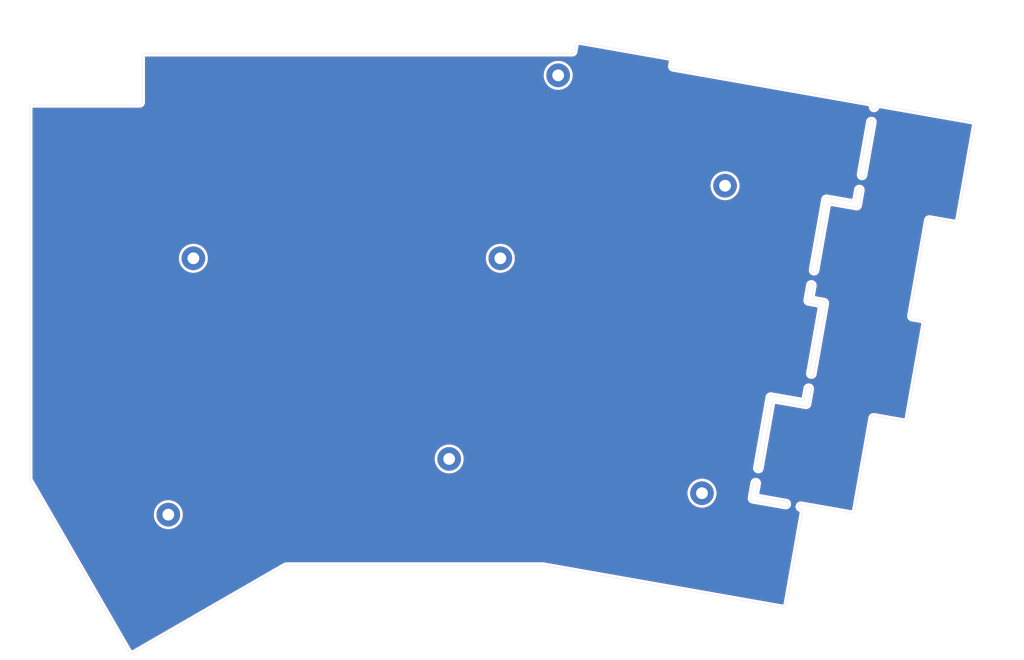
<source format=kicad_pcb>
(kicad_pcb (version 20171130) (host pcbnew "(5.1.2-1)-1")

  (general
    (thickness 1.6)
    (drawings 139)
    (tracks 0)
    (zones 0)
    (modules 15)
    (nets 1)
  )

  (page A4)
  (layers
    (0 F.Cu signal)
    (31 B.Cu signal)
    (32 B.Adhes user)
    (33 F.Adhes user)
    (34 B.Paste user)
    (35 F.Paste user)
    (36 B.SilkS user)
    (37 F.SilkS user)
    (38 B.Mask user)
    (39 F.Mask user)
    (40 Dwgs.User user)
    (41 Cmts.User user)
    (42 Eco1.User user)
    (43 Eco2.User user)
    (44 Edge.Cuts user)
    (45 Margin user)
    (46 B.CrtYd user)
    (47 F.CrtYd user)
    (48 B.Fab user)
    (49 F.Fab user)
  )

  (setup
    (last_trace_width 0.25)
    (user_trace_width 0.25)
    (user_trace_width 0.5)
    (trace_clearance 0.2)
    (zone_clearance 0.508)
    (zone_45_only no)
    (trace_min 0.2)
    (via_size 0.6)
    (via_drill 0.4)
    (via_min_size 0.4)
    (via_min_drill 0.3)
    (uvia_size 0.3)
    (uvia_drill 0.1)
    (uvias_allowed no)
    (uvia_min_size 0.2)
    (uvia_min_drill 0.1)
    (edge_width 0.05)
    (segment_width 0.2)
    (pcb_text_width 0.3)
    (pcb_text_size 1.5 1.5)
    (mod_edge_width 0.12)
    (mod_text_size 1 1)
    (mod_text_width 0.15)
    (pad_size 4.4 4.4)
    (pad_drill 2.2)
    (pad_to_mask_clearance 0.2)
    (aux_axis_origin 0 0)
    (grid_origin 100 50)
    (visible_elements FFFFFFFF)
    (pcbplotparams
      (layerselection 0x010fc_ffffffff)
      (usegerberextensions false)
      (usegerberattributes false)
      (usegerberadvancedattributes false)
      (creategerberjobfile false)
      (excludeedgelayer true)
      (linewidth 0.100000)
      (plotframeref false)
      (viasonmask false)
      (mode 1)
      (useauxorigin false)
      (hpglpennumber 1)
      (hpglpenspeed 20)
      (hpglpendiameter 15.000000)
      (psnegative false)
      (psa4output false)
      (plotreference true)
      (plotvalue true)
      (plotinvisibletext false)
      (padsonsilk false)
      (subtractmaskfromsilk false)
      (outputformat 1)
      (mirror false)
      (drillshape 1)
      (scaleselection 1)
      (outputdirectory ""))
  )

  (net 0 "")

  (net_class Default "これはデフォルトのネット クラスです。"
    (clearance 0.2)
    (trace_width 0.25)
    (via_dia 0.6)
    (via_drill 0.4)
    (uvia_dia 0.3)
    (uvia_drill 0.1)
  )

  (net_class GND/VCC ""
    (clearance 0.2)
    (trace_width 0.5)
    (via_dia 0.6)
    (via_drill 0.4)
    (uvia_dia 0.3)
    (uvia_drill 0.1)
  )

  (module angelina72:M2_Hole (layer F.Cu) (tedit 5D45867D) (tstamp 5D74DA65)
    (at 157.15 78.574995)
    (descr "Mounting Hole 2.2mm, M2")
    (tags "mounting hole 2.2mm m2")
    (attr virtual)
    (fp_text reference REF** (at 0 0) (layer F.Fab) hide
      (effects (font (size 1 1) (thickness 0.15)))
    )
    (fp_text value M2_Hole (at 0 3.2) (layer F.Fab) hide
      (effects (font (size 1 1) (thickness 0.15)))
    )
    (fp_circle (center 0 0) (end 1.1 0) (layer Eco1.User) (width 0.001))
    (fp_circle (center 0 0) (end 1.1 0) (layer Eco2.User) (width 0.001))
    (fp_circle (center 0 0) (end 2.45 0) (layer F.CrtYd) (width 0.05))
    (fp_circle (center 0 0) (end 2.2 0) (layer Cmts.User) (width 0.15))
    (fp_text user %R (at 0 0) (layer F.Fab)
      (effects (font (size 1 1) (thickness 0.15)))
    )
    (pad "" thru_hole circle (at 0 0) (size 4.4 4.4) (drill 2.2) (layers *.Cu *.Mask))
  )

  (module angelina72:Hole_MXCherry (layer F.Cu) (tedit 5D3EE49E) (tstamp 5D74DA4E)
    (at 183.783681 129.365844 350)
    (fp_text reference REF** (at 0 0.5 170) (layer F.Fab)
      (effects (font (size 1 1) (thickness 0.15)))
    )
    (fp_text value Hole_MXCherry (at 0 -0.5 170) (layer F.Fab)
      (effects (font (size 1 1) (thickness 0.15)))
    )
    (fp_line (start -6.95 -6.95) (end 6.95 -6.95) (layer Dwgs.User) (width 0.12))
    (fp_line (start -6.95 -6.95) (end -6.95 6.95) (layer Dwgs.User) (width 0.12))
    (fp_line (start 6.95 -6.95) (end 6.95 6.95) (layer Dwgs.User) (width 0.12))
    (fp_line (start -6.95 6.95) (end 6.95 6.95) (layer Dwgs.User) (width 0.12))
  )

  (module angelina72:Hole_MXCherry (layer F.Cu) (tedit 5D3EE49E) (tstamp 5D74DA39)
    (at 177.711383 108.951259 350)
    (fp_text reference REF** (at 0 0.5 170) (layer F.Fab)
      (effects (font (size 1 1) (thickness 0.15)))
    )
    (fp_text value Hole_MXCherry (at 0 -0.5 170) (layer F.Fab)
      (effects (font (size 1 1) (thickness 0.15)))
    )
    (fp_line (start -6.95 6.95) (end 6.95 6.95) (layer Dwgs.User) (width 0.12))
    (fp_line (start 6.95 -6.95) (end 6.95 6.95) (layer Dwgs.User) (width 0.12))
    (fp_line (start -6.95 -6.95) (end -6.95 6.95) (layer Dwgs.User) (width 0.12))
    (fp_line (start -6.95 -6.95) (end 6.95 -6.95) (layer Dwgs.User) (width 0.12))
  )

  (module angelina72:Hole_MXCherry (layer F.Cu) (tedit 5D3EE49E) (tstamp 5D74DA24)
    (at 187.585587 91.348469 350)
    (fp_text reference REF** (at 0 0.5 170) (layer F.Fab)
      (effects (font (size 1 1) (thickness 0.15)))
    )
    (fp_text value Hole_MXCherry (at 0 -0.5 170) (layer F.Fab)
      (effects (font (size 1 1) (thickness 0.15)))
    )
    (fp_line (start -6.95 -6.95) (end 6.95 -6.95) (layer Dwgs.User) (width 0.12))
    (fp_line (start -6.95 -6.95) (end -6.95 6.95) (layer Dwgs.User) (width 0.12))
    (fp_line (start 6.95 -6.95) (end 6.95 6.95) (layer Dwgs.User) (width 0.12))
    (fp_line (start -6.95 6.95) (end 6.95 6.95) (layer Dwgs.User) (width 0.12))
  )

  (module angelina72:Hole_MXCherry (layer F.Cu) (tedit 5D3EE49E) (tstamp 5D74DA0F)
    (at 188.079496 72.091684 350)
    (fp_text reference REF** (at 0 0.5 170) (layer F.Fab)
      (effects (font (size 1 1) (thickness 0.15)))
    )
    (fp_text value Hole_MXCherry (at 0 -0.5 170) (layer F.Fab)
      (effects (font (size 1 1) (thickness 0.15)))
    )
    (fp_line (start -6.95 6.95) (end 6.95 6.95) (layer Dwgs.User) (width 0.12))
    (fp_line (start 6.95 -6.95) (end 6.95 6.95) (layer Dwgs.User) (width 0.12))
    (fp_line (start -6.95 -6.95) (end -6.95 6.95) (layer Dwgs.User) (width 0.12))
    (fp_line (start -6.95 -6.95) (end 6.95 -6.95) (layer Dwgs.User) (width 0.12))
  )

  (module angelina72:Hole_MXCherry (layer F.Cu) (tedit 5D3EE49E) (tstamp 5D74D9FA)
    (at 197.015671 54.323496 350)
    (fp_text reference REF** (at 0 0.5 170) (layer F.Fab)
      (effects (font (size 1 1) (thickness 0.15)))
    )
    (fp_text value Hole_MXCherry (at 0 -0.5 170) (layer F.Fab)
      (effects (font (size 1 1) (thickness 0.15)))
    )
    (fp_line (start -6.95 -6.95) (end 6.95 -6.95) (layer Dwgs.User) (width 0.12))
    (fp_line (start -6.95 -6.95) (end -6.95 6.95) (layer Dwgs.User) (width 0.12))
    (fp_line (start 6.95 -6.95) (end 6.95 6.95) (layer Dwgs.User) (width 0.12))
    (fp_line (start -6.95 6.95) (end 6.95 6.95) (layer Dwgs.User) (width 0.12))
  )

  (module angelina72:M2_Hole (layer F.Cu) (tedit 5D45867D) (tstamp 5D74D9E1)
    (at 198.992208 65.05347)
    (descr "Mounting Hole 2.2mm, M2")
    (tags "mounting hole 2.2mm m2")
    (attr virtual)
    (fp_text reference REF** (at 0 0) (layer F.Fab) hide
      (effects (font (size 1 1) (thickness 0.15)))
    )
    (fp_text value M2_Hole (at 0 3.2) (layer F.Fab) hide
      (effects (font (size 1 1) (thickness 0.15)))
    )
    (fp_circle (center 0 0) (end 1.1 0) (layer Eco1.User) (width 0.001))
    (fp_circle (center 0 0) (end 1.1 0) (layer Eco2.User) (width 0.001))
    (fp_circle (center 0 0) (end 2.45 0) (layer F.CrtYd) (width 0.05))
    (fp_circle (center 0 0) (end 2.2 0) (layer Cmts.User) (width 0.15))
    (fp_text user %R (at 0 0) (layer F.Fab)
      (effects (font (size 1 1) (thickness 0.15)))
    )
    (pad "" thru_hole circle (at 0 0) (size 4.4 4.4) (drill 2.2) (layers *.Cu *.Mask))
  )

  (module angelina72:M2_Hole (layer F.Cu) (tedit 5D45867D) (tstamp 5D74D9C6)
    (at 95.334783 126.343439)
    (descr "Mounting Hole 2.2mm, M2")
    (tags "mounting hole 2.2mm m2")
    (attr virtual)
    (fp_text reference REF** (at 0 0) (layer F.Fab) hide
      (effects (font (size 1 1) (thickness 0.15)))
    )
    (fp_text value M2_Hole (at 0 3.2) (layer F.Fab) hide
      (effects (font (size 1 1) (thickness 0.15)))
    )
    (fp_circle (center 0 0) (end 1.1 0) (layer Eco1.User) (width 0.001))
    (fp_circle (center 0 0) (end 1.1 0) (layer Eco2.User) (width 0.001))
    (fp_circle (center 0 0) (end 2.45 0) (layer F.CrtYd) (width 0.05))
    (fp_circle (center 0 0) (end 2.2 0) (layer Cmts.User) (width 0.15))
    (fp_text user %R (at 0 0) (layer F.Fab)
      (effects (font (size 1 1) (thickness 0.15)))
    )
    (pad "" thru_hole circle (at 0 0) (size 4.4 4.4) (drill 2.2) (layers *.Cu *.Mask))
  )

  (module angelina72:M2_Hole (layer F.Cu) (tedit 5D45867D) (tstamp 5D74D9AB)
    (at 147.625002 115.960622)
    (descr "Mounting Hole 2.2mm, M2")
    (tags "mounting hole 2.2mm m2")
    (attr virtual)
    (fp_text reference REF** (at 0 0) (layer F.Fab) hide
      (effects (font (size 1 1) (thickness 0.15)))
    )
    (fp_text value M2_Hole (at 0 3.2) (layer F.Fab) hide
      (effects (font (size 1 1) (thickness 0.15)))
    )
    (fp_circle (center 0 0) (end 1.1 0) (layer Eco1.User) (width 0.001))
    (fp_circle (center 0 0) (end 1.1 0) (layer Eco2.User) (width 0.001))
    (fp_circle (center 0 0) (end 2.45 0) (layer F.CrtYd) (width 0.05))
    (fp_circle (center 0 0) (end 2.2 0) (layer Cmts.User) (width 0.15))
    (fp_text user %R (at 0 0) (layer F.Fab)
      (effects (font (size 1 1) (thickness 0.15)))
    )
    (pad "" thru_hole circle (at 0 0) (size 4.4 4.4) (drill 2.2) (layers *.Cu *.Mask))
  )

  (module angelina72:M2_Hole (layer F.Cu) (tedit 5D45867D) (tstamp 5D74D990)
    (at 194.693634 122.343267)
    (descr "Mounting Hole 2.2mm, M2")
    (tags "mounting hole 2.2mm m2")
    (attr virtual)
    (fp_text reference REF** (at 0 0) (layer F.Fab) hide
      (effects (font (size 1 1) (thickness 0.15)))
    )
    (fp_text value M2_Hole (at 0 3.2) (layer F.Fab) hide
      (effects (font (size 1 1) (thickness 0.15)))
    )
    (fp_circle (center 0 0) (end 1.1 0) (layer Eco1.User) (width 0.001))
    (fp_circle (center 0 0) (end 1.1 0) (layer Eco2.User) (width 0.001))
    (fp_circle (center 0 0) (end 2.45 0) (layer F.CrtYd) (width 0.05))
    (fp_circle (center 0 0) (end 2.2 0) (layer Cmts.User) (width 0.15))
    (fp_text user %R (at 0 0) (layer F.Fab)
      (effects (font (size 1 1) (thickness 0.15)))
    )
    (pad "" thru_hole circle (at 0 0) (size 4.4 4.4) (drill 2.2) (layers *.Cu *.Mask))
  )

  (module angelina72:M2_Hole (layer F.Cu) (tedit 5D45867D) (tstamp 5D74D975)
    (at 167.919598 44.488195)
    (descr "Mounting Hole 2.2mm, M2")
    (tags "mounting hole 2.2mm m2")
    (attr virtual)
    (fp_text reference REF** (at 0 0) (layer F.Fab) hide
      (effects (font (size 1 1) (thickness 0.15)))
    )
    (fp_text value M2_Hole (at 0 3.2) (layer F.Fab) hide
      (effects (font (size 1 1) (thickness 0.15)))
    )
    (fp_circle (center 0 0) (end 1.1 0) (layer Eco1.User) (width 0.001))
    (fp_circle (center 0 0) (end 1.1 0) (layer Eco2.User) (width 0.001))
    (fp_circle (center 0 0) (end 2.45 0) (layer F.CrtYd) (width 0.05))
    (fp_circle (center 0 0) (end 2.2 0) (layer Cmts.User) (width 0.15))
    (fp_text user %R (at 0 0) (layer F.Fab)
      (effects (font (size 1 1) (thickness 0.15)))
    )
    (pad "" thru_hole circle (at 0 0) (size 4.4 4.4) (drill 2.2) (layers *.Cu *.Mask))
  )

  (module angelina72:M2_Hole (layer F.Cu) (tedit 5D45867D) (tstamp 5D74D95A)
    (at 100.000001 78.574998)
    (descr "Mounting Hole 2.2mm, M2")
    (tags "mounting hole 2.2mm m2")
    (attr virtual)
    (fp_text reference REF** (at 0 0) (layer F.Fab) hide
      (effects (font (size 1 1) (thickness 0.15)))
    )
    (fp_text value M2_Hole (at 0 3.2) (layer F.Fab) hide
      (effects (font (size 1 1) (thickness 0.15)))
    )
    (fp_circle (center 0 0) (end 1.1 0) (layer Eco1.User) (width 0.001))
    (fp_circle (center 0 0) (end 1.1 0) (layer Eco2.User) (width 0.001))
    (fp_circle (center 0 0) (end 2.45 0) (layer F.CrtYd) (width 0.05))
    (fp_circle (center 0 0) (end 2.2 0) (layer Cmts.User) (width 0.15))
    (fp_text user %R (at 0 0) (layer F.Fab)
      (effects (font (size 1 1) (thickness 0.15)))
    )
    (pad "" thru_hole circle (at 0 0) (size 4.4 4.4) (drill 2.2) (layers *.Cu *.Mask))
  )

  (module angelina72:Hole_MXCherry (layer F.Cu) (tedit 5D3EE49E) (tstamp 5D74D943)
    (at 178.585886 49.139437 350)
    (fp_text reference REF** (at 0 0.5 170) (layer F.Fab)
      (effects (font (size 1 1) (thickness 0.15)))
    )
    (fp_text value Hole_MXCherry (at 0 -0.5 170) (layer F.Fab)
      (effects (font (size 1 1) (thickness 0.15)))
    )
    (fp_line (start -6.95 6.95) (end 6.95 6.95) (layer Dwgs.User) (width 0.12))
    (fp_line (start 6.95 -6.95) (end 6.95 6.95) (layer Dwgs.User) (width 0.12))
    (fp_line (start -6.95 -6.95) (end -6.95 6.95) (layer Dwgs.User) (width 0.12))
    (fp_line (start -6.95 -6.95) (end 6.95 -6.95) (layer Dwgs.User) (width 0.12))
  )

  (module angelina72:Hole_MXCherry (layer F.Cu) (tedit 5D3EE49E) (tstamp 5D74D92E)
    (at 82.313286 122.868465 30)
    (fp_text reference REF** (at 0 0.5 30) (layer F.Fab)
      (effects (font (size 1 1) (thickness 0.15)))
    )
    (fp_text value Hole_MXCherry (at 0 -0.5 30) (layer F.Fab)
      (effects (font (size 1 1) (thickness 0.15)))
    )
    (fp_line (start -6.95 6.95) (end 6.95 6.95) (layer Dwgs.User) (width 0.12))
    (fp_line (start 6.95 -6.95) (end 6.95 6.95) (layer Dwgs.User) (width 0.12))
    (fp_line (start -6.95 -6.95) (end -6.95 6.95) (layer Dwgs.User) (width 0.12))
    (fp_line (start -6.95 -6.95) (end 6.95 -6.95) (layer Dwgs.User) (width 0.12))
  )

  (module angelina72:Hole_MXCherry (layer F.Cu) (tedit 5D3EE49E) (tstamp 5D74DB5F)
    (at 100 50)
    (fp_text reference REF** (at 0 0.5) (layer F.Fab)
      (effects (font (size 1 1) (thickness 0.15)))
    )
    (fp_text value Hole_MXCherry (at 0 -0.5) (layer F.Fab)
      (effects (font (size 1 1) (thickness 0.15)))
    )
    (fp_line (start -6.95 6.95) (end 6.95 6.95) (layer Dwgs.User) (width 0.12))
    (fp_line (start 6.95 -6.95) (end 6.95 6.95) (layer Dwgs.User) (width 0.12))
    (fp_line (start -6.95 -6.95) (end -6.95 6.95) (layer Dwgs.User) (width 0.12))
    (fp_line (start -6.95 -6.95) (end 6.95 -6.95) (layer Dwgs.User) (width 0.12))
  )

  (gr_text "Angelina72 v1.0 PCB Designed by clomie" (at 142.862501 133.82) (layer F.Mask) (tstamp 5D74D330)
    (effects (font (size 1 1) (thickness 0.15)))
  )
  (gr_text "Angelina72 v1.0 PCB Designed by clomie" (at 142.862501 133.82) (layer B.Mask) (tstamp 5D74D32D)
    (effects (font (size 1 1) (thickness 0.15)) (justify mirror))
  )
  (gr_arc (start 70.472499 119.50456) (end 69.519999 119.50456) (angle -30) (layer Edge.Cuts) (width 0.05) (tstamp 5D74DB56))
  (gr_line (start 69.519999 50.47625) (end 69.519999 119.50456) (layer Edge.Cuts) (width 0.05) (tstamp 5D74DB53))
  (gr_arc (start 69.996249 50.47625) (end 69.996249 50) (angle -90) (layer Edge.Cuts) (width 0.05) (tstamp 5D74DB50))
  (gr_line (start 89.998749 50) (end 69.996249 50) (layer Edge.Cuts) (width 0.05) (tstamp 5D74DB4D))
  (gr_arc (start 89.998749 49.52375) (end 89.998749 50) (angle -90) (layer Edge.Cuts) (width 0.05) (tstamp 5D74DB4A))
  (gr_line (start 165.150471 135.743612) (end 209.811553 143.627203) (layer Edge.Cuts) (width 0.05) (tstamp 5D74DB47))
  (gr_line (start 69.64761 119.98081) (end 88.110035 151.954235) (layer Edge.Cuts) (width 0.05) (tstamp 5D74DB44))
  (gr_line (start 69.996248 120.961248) (end 69.99625 116.198751) (layer Cmts.User) (width 0.001) (tstamp 5D74DB41))
  (gr_line (start 69.650533 118.080933) (end 92.334986 104.984058) (layer Cmts.User) (width 0.001) (tstamp 5D74DB3E))
  (gr_line (start 89.081989 108.434847) (end 89.081989 106.053598) (layer Cmts.User) (width 0.001) (tstamp 5D74DB3B))
  (gr_line (start 68.76184 117.49417) (end 91.446293 104.397295) (layer Cmts.User) (width 0.001) (tstamp 5D74DB38))
  (gr_line (start 88.569999 106.197499) (end 88.569999 109.531248) (layer Cmts.User) (width 0.001) (tstamp 5D74DB35))
  (gr_line (start 89.5225 106.1975) (end 89.522501 109.531247) (layer Cmts.User) (width 0.001) (tstamp 5D74DB32))
  (gr_line (start 70.884943 118.818123) (end 70.884946 114.055624) (layer Cmts.User) (width 0.001) (tstamp 5D74DB2F))
  (gr_line (start 69.41241 117.66849) (end 92.096863 104.571615) (layer Cmts.User) (width 0.001) (tstamp 5D74DB2C))
  (dimension 114.28124 (width 0.12) (layer F.Fab) (tstamp 5D74DB27)
    (gr_text "114.281 mm" (at 65.3925 95.090469 -89.9999995) (layer F.Fab) (tstamp 5D74DB28)
      (effects (font (size 1 1) (thickness 0.15)))
    )
    (feature1 (pts (xy 174.141259 152.231088) (xy 66.076081 152.231089)))
    (feature2 (pts (xy 174.141257 37.949847) (xy 66.076079 37.949849)))
    (crossbar (pts (xy 66.662501 37.949848) (xy 66.662501 152.231088)))
    (arrow1a (pts (xy 66.662501 152.231088) (xy 66.076081 151.104584)))
    (arrow1b (pts (xy 66.662501 152.231088) (xy 67.248923 151.104584)))
    (arrow2a (pts (xy 66.662501 37.949848) (xy 66.076079 39.076353)))
    (arrow2b (pts (xy 66.662501 37.949848) (xy 67.248921 39.076353)))
  )
  (gr_line (start 226.024798 54.361453) (end 234.136396 65.946013) (layer Cmts.User) (width 0.05) (tstamp 5D74DB23))
  (gr_line (start 230.862014 55.722096) (end 228.399993 55.287978) (layer Eco2.User) (width 0.05) (tstamp 5D74DB20))
  (gr_arc (start 228.834115 52.82596) (end 226.372095 52.39184) (angle -90) (layer Eco2.User) (width 0.05) (tstamp 5D74DB1D))
  (gr_arc (start 226.403042 66.613263) (end 223.941021 66.179145) (angle 90) (layer Eco2.User) (width 0.05) (tstamp 5D74DB1A))
  (gr_line (start 229.299179 64.585368) (end 226.837161 64.151249) (layer Eco2.User) (width 0.05) (tstamp 5D74DB17))
  (gr_line (start 224.288315 64.209531) (end 235.872878 56.097934) (layer Cmts.User) (width 0.05) (tstamp 5D74DB14))
  (gr_arc (start 230.080598 60.153732) (end 229.299179 64.585368) (angle -180) (layer Eco2.User) (width 0.05) (tstamp 5D74DB11))
  (gr_circle (center 230.080598 60.153732) (end 227.520096 59.702247) (layer Eco2.User) (width 0.05) (tstamp 5D74DB0E))
  (gr_arc (start 248.841187 63.461729) (end 248.059769 67.893364) (angle -180) (layer Eco2.User) (width 0.05) (tstamp 5D74DB0B))
  (gr_arc (start 245.163627 69.921262) (end 242.70161 69.487145) (angle 90) (layer Eco2.User) (width 0.05) (tstamp 5D74DB08))
  (gr_line (start 244.785389 57.669452) (end 252.896982 69.254012) (layer Cmts.User) (width 0.05) (tstamp 5D74DB05))
  (gr_line (start 248.059769 67.893364) (end 245.597749 67.459243) (layer Eco2.User) (width 0.05) (tstamp 5D74DB02))
  (gr_arc (start 247.594698 56.133958) (end 245.132683 55.699837) (angle -90) (layer Eco2.User) (width 0.05) (tstamp 5D74DAFF))
  (gr_circle (center 248.841187 63.461729) (end 246.280684 63.010245) (layer Eco2.User) (width 0.05) (tstamp 5D74DAFC))
  (gr_line (start 243.048905 67.51753) (end 254.633462 59.405933) (layer Cmts.User) (width 0.05) (tstamp 5D74DAF9))
  (gr_line (start 249.6226 59.030096) (end 247.160582 58.595977) (layer Eco2.User) (width 0.05) (tstamp 5D74DAF6))
  (gr_arc (start 99.999998 35.474998) (end 104.499998 35.474998) (angle -180) (layer Eco2.User) (width 0.05) (tstamp 5D74DAF3))
  (gr_arc (start 106.999998 37.975) (end 106.999996 40.474997) (angle 90) (layer Eco2.User) (width 0.05) (tstamp 5D74DAF0))
  (gr_line (start 94.999996 40.474999) (end 104.999999 30.474999) (layer Cmts.User) (width 0.05) (tstamp 5D74DAED))
  (gr_line (start 104.499998 35.474998) (end 104.499996 37.974997) (layer Eco2.User) (width 0.05) (tstamp 5D74DAEA))
  (gr_arc (start 93 37.974996) (end 92.999998 40.474997) (angle -90) (layer Eco2.User) (width 0.05) (tstamp 5D74DAE7))
  (gr_circle (center 99.999998 35.474998) (end 99.999996 38.074996) (layer Eco2.User) (width 0.05) (tstamp 5D74DAE4))
  (gr_line (start 104.999997 40.474998) (end 94.999997 30.474994) (layer Cmts.User) (width 0.05) (tstamp 5D74DAE1))
  (gr_line (start 95.499995 35.474999) (end 95.499998 37.975) (layer Eco2.User) (width 0.05) (tstamp 5D74DADE))
  (gr_line (start 81.089395 139.798619) (end 77.429139 153.458874) (layer Cmts.User) (width 0.05) (tstamp 5D74DADB))
  (gr_line (start 86.089397 148.458874) (end 72.429137 144.798621) (layer Cmts.User) (width 0.05) (tstamp 5D74DAD8))
  (gr_line (start 81.509269 150.525861) (end 83.67433 149.275862) (layer Eco2.User) (width 0.05) (tstamp 5D74DAD5))
  (gr_line (start 77.009265 142.731633) (end 79.174332 141.481634) (layer Eco2.User) (width 0.05) (tstamp 5D74DAD2))
  (gr_arc (start 77.924333 139.316574) (end 80.089394 138.066569) (angle 90) (layer Eco2.User) (width 0.05) (tstamp 5D74DACF))
  (gr_arc (start 84.924331 151.440927) (end 87.089396 150.190924) (angle -90) (layer Eco2.User) (width 0.05) (tstamp 5D74DACC))
  (gr_circle (center 79.259269 146.628748) (end 81.510932 145.328749) (layer Eco2.User) (width 0.05) (tstamp 5D74DAC9))
  (gr_arc (start 79.259269 146.628748) (end 77.009265 142.731633) (angle -180) (layer Eco2.User) (width 0.05) (tstamp 5D74DAC6))
  (dimension 176.2125 (width 0.12) (layer F.Fab) (tstamp 5D74DAC1)
    (gr_text "176.213 mm" (at 157.66199 34.298598) (layer F.Fab) (tstamp 5D74DAC2)
      (effects (font (size 1 1) (thickness 0.15)))
    )
    (feature1 (pts (xy 245.768239 54.618596) (xy 245.76824 34.982177)))
    (feature2 (pts (xy 69.55574 54.618596) (xy 69.55574 34.982178)))
    (crossbar (pts (xy 69.555739 35.568599) (xy 245.76824 35.568597)))
    (arrow1a (pts (xy 245.76824 35.568597) (xy 244.641736 36.15502)))
    (arrow1b (pts (xy 245.76824 35.568597) (xy 244.641736 34.982178)))
    (arrow2a (pts (xy 69.555739 35.568599) (xy 70.682244 36.155019)))
    (arrow2b (pts (xy 69.555739 35.568599) (xy 70.682244 34.982177)))
  )
  (gr_line (start 90.474999 49.52375) (end 90.474996 40.951248) (layer Edge.Cuts) (width 0.05) (tstamp 5D74DABD))
  (gr_arc (start 90.951254 40.951243) (end 90.474996 40.951248) (angle 90.00012031) (layer Edge.Cuts) (width 0.05) (tstamp 5D74DABA))
  (gr_line (start 214.099658 102.793981) (end 213.768853 104.670032) (layer Edge.Cuts) (width 0.05) (tstamp 5D74DAB7))
  (gr_arc (start 226.23165 53.188302) (end 226.700666 53.270998) (angle -180) (layer Edge.Cuts) (width 0.05) (tstamp 5D74DAB4))
  (gr_arc (start 226.727854 50.374217) (end 226.258842 50.291514) (angle -179.9997594) (layer Edge.Cuts) (width 0.05) (tstamp 5D74DAB1))
  (gr_arc (start 223.50256 68.665786) (end 223.419858 69.134799) (angle -90) (layer Edge.Cuts) (width 0.05) (tstamp 5D74DAAE))
  (gr_arc (start 222.729922 67.562358) (end 222.647224 68.03137) (angle -90) (layer Edge.Cuts) (width 0.05) (tstamp 5D74DAAB))
  (gr_line (start 204.115568 123.762564) (end 210.212757 124.837665) (layer Edge.Cuts) (width 0.05) (tstamp 5D74DAA8))
  (gr_arc (start 209.884252 143.156419) (end 209.811553 143.627203) (angle -88.77763999) (layer Edge.Cuts) (width 0.05) (tstamp 5D74DAA5))
  (gr_arc (start 204.198266 123.293555) (end 203.729251 123.210851) (angle -90) (layer Edge.Cuts) (width 0.05) (tstamp 5D74DAA2))
  (gr_line (start 210.378154 123.899634) (end 205.218997 122.98994) (layer Edge.Cuts) (width 0.05) (tstamp 5D74DA9F))
  (gr_arc (start 205.301697 122.520924) (end 204.832682 122.438222) (angle -90) (layer Edge.Cuts) (width 0.05) (tstamp 5D74DA9C))
  (gr_line (start 215.531595 83.702586) (end 215.200793 85.578647) (layer Edge.Cuts) (width 0.05) (tstamp 5D74DA99))
  (gr_line (start 214.097363 86.351274) (end 214.593561 83.537185) (layer Edge.Cuts) (width 0.05) (tstamp 5D74DA96))
  (gr_arc (start 164.985076 136.681646) (end 165.150471 135.743612) (angle -10) (layer Edge.Cuts) (width 0.05) (tstamp 5D74DA93))
  (gr_arc (start 170.525641 39.998752) (end 170.994652 40.081453) (angle 80) (layer Edge.Cuts) (width 0.05) (tstamp 5D74DA90))
  (gr_line (start 215.037685 102.959375) (end 214.541482 105.773459) (layer Edge.Cuts) (width 0.05) (tstamp 5D74DA8D))
  (gr_line (start 224.963966 63.120313) (end 226.700666 53.270998) (layer Edge.Cuts) (width 0.05) (tstamp 5D74DA8A))
  (gr_arc (start 223.998753 65.851699) (end 224.467772 65.934401) (angle -180) (layer Edge.Cuts) (width 0.05) (tstamp 5D74DA87))
  (gr_line (start 205.163482 120.562159) (end 204.832682 122.438222) (layer Edge.Cuts) (width 0.05) (tstamp 5D74DA84))
  (gr_line (start 204.225452 120.396761) (end 203.729251 123.210851) (layer Edge.Cuts) (width 0.05) (tstamp 5D74DA81))
  (gr_arc (start 204.694462 120.479457) (end 205.163482 120.562159) (angle -180) (layer Edge.Cuts) (width 0.05) (tstamp 5D74DA7E))
  (gr_line (start 207.037249 104.450268) (end 204.721652 117.582676) (layer Edge.Cuts) (width 0.05) (tstamp 5D74DA7B))
  (gr_arc (start 205.190664 117.665378) (end 204.721652 117.582676) (angle -180) (layer Edge.Cuts) (width 0.05) (tstamp 5D74D925))
  (gr_line (start 205.659682 117.748071) (end 207.809877 105.553697) (layer Edge.Cuts) (width 0.05) (tstamp 5D74D922))
  (gr_arc (start 207.506263 104.532964) (end 207.588966 104.063951) (angle -90) (layer Edge.Cuts) (width 0.05) (tstamp 5D74D91F))
  (gr_arc (start 208.278896 105.636396) (end 208.361596 105.167377) (angle -90) (layer Edge.Cuts) (width 0.05) (tstamp 5D74D91C))
  (gr_arc (start 214.072474 105.690766) (end 213.989769 106.15978) (angle -90) (layer Edge.Cuts) (width 0.05) (tstamp 5D74D919))
  (gr_arc (start 213.299836 104.587335) (end 213.217144 105.05635) (angle -90) (layer Edge.Cuts) (width 0.05) (tstamp 5D74D916))
  (gr_arc (start 214.568672 102.876676) (end 215.037685 102.959375) (angle -180) (layer Edge.Cuts) (width 0.05) (tstamp 5D74D913))
  (gr_line (start 216.746055 87.785505) (end 214.59586 99.979881) (layer Edge.Cuts) (width 0.05) (tstamp 5D74D910))
  (gr_arc (start 215.06487 100.062582) (end 214.59586 99.979881) (angle -180) (layer Edge.Cuts) (width 0.05) (tstamp 5D74D90D))
  (gr_line (start 215.533878 100.145285) (end 217.849482 87.012877) (layer Edge.Cuts) (width 0.05) (tstamp 5D74D90A))
  (gr_arc (start 217.380466 86.930177) (end 217.849482 87.012877) (angle -90) (layer Edge.Cuts) (width 0.05) (tstamp 5D74D907))
  (gr_arc (start 216.277037 87.702805) (end 216.746055 87.785505) (angle -90) (layer Edge.Cuts) (width 0.05) (tstamp 5D74D904))
  (gr_arc (start 214.566374 86.433977) (end 214.097363 86.351274) (angle -90) (layer Edge.Cuts) (width 0.05) (tstamp 5D74D901))
  (gr_arc (start 215.669807 85.661344) (end 215.200793 85.578647) (angle -90) (layer Edge.Cuts) (width 0.05) (tstamp 5D74D8FE))
  (gr_arc (start 217.874376 67.673388) (end 217.957078 67.204375) (angle -90) (layer Edge.Cuts) (width 0.05) (tstamp 5D74D8FB))
  (gr_arc (start 218.647003 68.77682) (end 218.729705 68.307803) (angle -90) (layer Edge.Cuts) (width 0.05) (tstamp 5D74D8F8))
  (gr_line (start 216.027796 80.888502) (end 218.177988 68.694116) (layer Edge.Cuts) (width 0.05) (tstamp 5D74D8F5))
  (gr_arc (start 215.06258 83.619885) (end 215.531595 83.702586) (angle -180) (layer Edge.Cuts) (width 0.05) (tstamp 5D74D8F2))
  (gr_line (start 217.405369 67.590691) (end 215.08976 80.723094) (layer Edge.Cuts) (width 0.05) (tstamp 5D74D8EF))
  (gr_arc (start 215.558781 80.805794) (end 215.08976 80.723094) (angle -180) (layer Edge.Cuts) (width 0.05) (tstamp 5D74D8EC))
  (gr_line (start 224.467772 65.934401) (end 223.971567 68.748486) (layer Edge.Cuts) (width 0.05) (tstamp 5D74D8E9))
  (gr_line (start 223.529734 65.768992) (end 223.198943 67.645058) (layer Edge.Cuts) (width 0.05) (tstamp 5D74D8E6))
  (gr_arc (start 224.494955 63.037611) (end 224.025934 62.954907) (angle -180) (layer Edge.Cuts) (width 0.05) (tstamp 5D74D8E3))
  (gr_arc (start 213.109543 124.864859) (end 213.192244 124.395843) (angle -180) (layer Edge.Cuts) (width 0.05) (tstamp 5D74D8E0))
  (gr_arc (start 212.944146 125.802878) (end 213.413158 125.88558) (angle -90.00060153) (layer Edge.Cuts) (width 0.05) (tstamp 5D74D8DD))
  (gr_arc (start 171.71492 38.739562) (end 171.797618 38.270552) (angle -90) (layer Edge.Cuts) (width 0.05) (tstamp 5D74D8DA))
  (gr_arc (start 188.599448 41.716768) (end 189.06846 41.799461) (angle -90) (layer Edge.Cuts) (width 0.05) (tstamp 5D74D8D7))
  (gr_arc (start 189.372081 42.820192) (end 188.90306 42.737491) (angle -90) (layer Edge.Cuts) (width 0.05) (tstamp 5D74D8D4))
  (gr_arc (start 225.789821 50.208815) (end 226.258831 50.291516) (angle -90) (layer Edge.Cuts) (width 0.05) (tstamp 5D74D8D1))
  (gr_arc (start 227.665881 50.539617) (end 227.748585 50.070602) (angle -90) (layer Edge.Cuts) (width 0.05) (tstamp 5D74D8CE))
  (gr_arc (start 245.019425 53.59951) (end 245.488439 53.68221) (angle -90) (layer Edge.Cuts) (width 0.05) (tstamp 5D74D8CB))
  (gr_arc (start 241.876825 71.422069) (end 241.794127 71.891084) (angle -90) (layer Edge.Cuts) (width 0.05) (tstamp 5D74D8C8))
  (gr_arc (start 237.021278 71.533102) (end 237.103977 71.064088) (angle -90) (layer Edge.Cuts) (width 0.05) (tstamp 5D74D8C5))
  (gr_line (start 171.245902 38.656865) (end 170.994652 40.081453) (layer Edge.Cuts) (width 0.05) (tstamp 5D74D8C2))
  (gr_line (start 188.682149 41.247747) (end 171.797618 38.270552) (layer Edge.Cuts) (width 0.05) (tstamp 5D74D8BF))
  (gr_line (start 188.90306 42.737491) (end 189.06846 41.799461) (layer Edge.Cuts) (width 0.05) (tstamp 5D74D8BC))
  (gr_line (start 225.872523 49.739801) (end 189.28938 43.289206) (layer Edge.Cuts) (width 0.05) (tstamp 5D74D8B9))
  (gr_line (start 245.102127 53.130498) (end 227.748585 50.070602) (layer Edge.Cuts) (width 0.05) (tstamp 5D74D8B6))
  (gr_line (start 242.345841 71.504767) (end 245.488439 53.68221) (layer Edge.Cuts) (width 0.05) (tstamp 5D74D8B3))
  (gr_line (start 237.103977 71.064088) (end 241.794127 71.891084) (layer Edge.Cuts) (width 0.05) (tstamp 5D74D8B0))
  (gr_line (start 233.409667 89.272957) (end 236.552263 71.450401) (layer Edge.Cuts) (width 0.05) (tstamp 5D74D8AD))
  (gr_arc (start 88.522481 151.716113) (end 88.110035 151.954235) (angle -90) (layer Edge.Cuts) (width 0.05) (tstamp 5D74D8AA))
  (gr_arc (start 233.878683 89.35566) (end 233.409667 89.272957) (angle -90) (layer Edge.Cuts) (width 0.05) (tstamp 5D74D8A7))
  (gr_arc (start 235.58934 90.624486) (end 236.05836 90.707187) (angle -90) (layer Edge.Cuts) (width 0.05) (tstamp 5D74D8A4))
  (gr_arc (start 232.446744 108.44705) (end 232.364042 108.91606) (angle -90) (layer Edge.Cuts) (width 0.05) (tstamp 5D74D8A1))
  (gr_arc (start 226.653165 108.392678) (end 226.735864 107.923665) (angle -90) (layer Edge.Cuts) (width 0.05) (tstamp 5D74D89E))
  (gr_line (start 235.672042 90.155474) (end 233.795981 89.824672) (layer Edge.Cuts) (width 0.05) (tstamp 5D74D89B))
  (gr_line (start 232.915758 108.529748) (end 236.05836 90.707187) (layer Edge.Cuts) (width 0.05) (tstamp 5D74D898))
  (gr_line (start 226.735864 107.923665) (end 232.364042 108.91606) (layer Edge.Cuts) (width 0.05) (tstamp 5D74D895))
  (gr_line (start 223.124258 125.663517) (end 226.184153 108.309973) (layer Edge.Cuts) (width 0.05) (tstamp 5D74D892))
  (gr_arc (start 222.655237 125.580821) (end 222.572543 126.049837) (angle -90) (layer Edge.Cuts) (width 0.05) (tstamp 5D74D88F))
  (gr_line (start 213.192244 124.395843) (end 222.572543 126.049837) (layer Edge.Cuts) (width 0.05) (tstamp 5D74D88C))
  (gr_arc (start 210.295454 124.368654) (end 210.212757 124.837665) (angle -180) (layer Edge.Cuts) (width 0.05) (tstamp 5D74D889))
  (gr_line (start 210.353377 143.239144) (end 213.413158 125.88558) (layer Edge.Cuts) (width 0.05) (tstamp 5D74D886))
  (gr_arc (start 117.458907 136.68135) (end 117.458911 135.72885) (angle -30) (layer Edge.Cuts) (width 0.05) (tstamp 5D74D883))
  (gr_line (start 117.458911 135.72885) (end 164.985074 135.729139) (layer Edge.Cuts) (width 0.05) (tstamp 5D74D880))
  (gr_line (start 88.760601 152.128559) (end 116.982659 135.856461) (layer Edge.Cuts) (width 0.05) (tstamp 5D74D87D))
  (gr_line (start 90.951252 40.47499) (end 170.52564 40.474998) (layer Edge.Cuts) (width 0.05) (tstamp 5D74D87A))
  (gr_line (start 218.729705 68.307803) (end 223.419858 69.134799) (layer Edge.Cuts) (width 0.05) (tstamp 5D74D877))
  (gr_line (start 217.463171 86.46116) (end 215.587106 86.130364) (layer Edge.Cuts) (width 0.05) (tstamp 5D74D874))
  (gr_line (start 208.361596 105.167377) (end 213.989769 106.15978) (layer Edge.Cuts) (width 0.05) (tstamp 5D74D871))
  (gr_line (start 213.217144 105.05635) (end 207.588966 104.063951) (layer Edge.Cuts) (width 0.05) (tstamp 5D74D86E))
  (gr_line (start 214.483682 86.902989) (end 216.359739 87.23379) (layer Edge.Cuts) (width 0.05) (tstamp 5D74D86B))
  (gr_line (start 222.647224 68.03137) (end 217.957078 67.204375) (layer Edge.Cuts) (width 0.05) (tstamp 5D74D868))
  (gr_line (start 225.762638 53.105604) (end 224.025934 62.954907) (layer Edge.Cuts) (width 0.05) (tstamp 5D74D865))

  (zone (net 0) (net_name "") (layer F.Cu) (tstamp 5D74D862) (hatch edge 0.508)
    (connect_pads (clearance 0.508))
    (min_thickness 0.254)
    (fill yes (arc_segments 32) (thermal_gap 0.508) (thermal_bridge_width 0.508))
    (polygon
      (pts
        (xy 66.67969 34.046386) (xy 247.654691 34.046386) (xy 247.65469 153.108888) (xy 66.67969 153.108888)
      )
    )
    (filled_polygon
      (pts
        (xy 188.38658 41.865811) (xy 188.247458 42.65481) (xy 188.24532 42.682747) (xy 188.244808 42.685539) (xy 188.244102 42.694727)
        (xy 188.240895 42.740585) (xy 188.240025 42.751958) (xy 188.240072 42.752351) (xy 188.237618 42.787449) (xy 188.239287 42.84721)
        (xy 188.240123 42.907062) (xy 188.241215 42.916213) (xy 188.252865 43.008429) (xy 188.266107 43.066711) (xy 188.278553 43.125269)
        (xy 188.281401 43.134033) (xy 188.31074 43.22223) (xy 188.33508 43.276899) (xy 188.358638 43.331863) (xy 188.363134 43.339907)
        (xy 188.409046 43.420726) (xy 188.44352 43.469595) (xy 188.477319 43.518959) (xy 188.483291 43.525976) (xy 188.544026 43.596338)
        (xy 188.587333 43.63758) (xy 188.630087 43.679448) (xy 188.63731 43.685172) (xy 188.710555 43.742397) (xy 188.761031 43.774429)
        (xy 188.811118 43.807206) (xy 188.819314 43.811417) (xy 188.90228 43.853326) (xy 188.958052 43.874958) (xy 189.013508 43.897364)
        (xy 189.022367 43.899904) (xy 189.111892 43.9249) (xy 189.111969 43.924913) (xy 189.142846 43.933549) (xy 225.593597 50.3608)
        (xy 225.595286 50.409167) (xy 225.596538 50.468972) (xy 225.597693 50.478115) (xy 225.609985 50.570246) (xy 225.623637 50.628455)
        (xy 225.636486 50.686902) (xy 225.639395 50.695646) (xy 225.669347 50.783635) (xy 225.694056 50.838108) (xy 225.718007 50.892932)
        (xy 225.722559 50.900945) (xy 225.769032 50.981441) (xy 225.803856 51.030084) (xy 225.837996 51.079205) (xy 225.844011 51.086173)
        (xy 225.844014 51.086177) (xy 225.844018 51.086181) (xy 225.90524 51.156116) (xy 225.94883 51.197049) (xy 225.991867 51.238612)
        (xy 225.999129 51.244285) (xy 226.072768 51.300998) (xy 226.123494 51.332696) (xy 226.173789 51.36511) (xy 226.182015 51.369265)
        (xy 226.265268 51.410593) (xy 226.321209 51.431843) (xy 226.3768 51.453854) (xy 226.385676 51.456332) (xy 226.475371 51.480703)
        (xy 226.534295 51.49067) (xy 226.593188 51.50148) (xy 226.602376 51.502187) (xy 226.695098 51.508672) (xy 226.754886 51.507003)
        (xy 226.814712 51.506168) (xy 226.823854 51.505077) (xy 226.823858 51.505077) (xy 226.823862 51.505076) (xy 226.823863 51.505076)
        (xy 226.916078 51.493427) (xy 226.974405 51.480176) (xy 227.032913 51.467741) (xy 227.041677 51.464893) (xy 227.041684 51.464891)
        (xy 227.04169 51.464889) (xy 227.129873 51.435556) (xy 227.184527 51.411224) (xy 227.239512 51.387658) (xy 227.247556 51.383162)
        (xy 227.328373 51.337252) (xy 227.377254 51.30277) (xy 227.426606 51.26898) (xy 227.433624 51.263007) (xy 227.503986 51.202274)
        (xy 227.545226 51.158969) (xy 227.587095 51.116215) (xy 227.592819 51.108993) (xy 227.650043 51.035751) (xy 227.682092 50.985251)
        (xy 227.714852 50.935191) (xy 227.719064 50.926995) (xy 227.760973 50.844032) (xy 227.782607 50.788259) (xy 227.79825 50.74954)
        (xy 244.806557 53.748562) (xy 241.727776 71.209203) (xy 237.186657 70.408486) (xy 237.158712 70.406348) (xy 237.155923 70.405836)
        (xy 237.146735 70.405129) (xy 237.100853 70.401921) (xy 237.089509 70.401053) (xy 237.089116 70.4011) (xy 237.054014 70.398646)
        (xy 236.994241 70.400316) (xy 236.934414 70.401151) (xy 236.925263 70.402243) (xy 236.833048 70.413892) (xy 236.774707 70.427147)
        (xy 236.7162 70.439582) (xy 236.707436 70.44243) (xy 236.61924 70.471769) (xy 236.56459 70.496101) (xy 236.509608 70.519666)
        (xy 236.501564 70.524162) (xy 236.420747 70.570073) (xy 236.371879 70.604546) (xy 236.322512 70.638348) (xy 236.315495 70.644321)
        (xy 236.245133 70.705055) (xy 236.203886 70.748369) (xy 236.162026 70.791115) (xy 236.156302 70.798337) (xy 236.099078 70.871582)
        (xy 236.06704 70.922067) (xy 236.034273 70.972138) (xy 236.030061 70.980335) (xy 235.988153 71.063298) (xy 235.966534 71.119035)
        (xy 235.94411 71.174537) (xy 235.941571 71.183395) (xy 235.91768 71.268966) (xy 235.907919 71.303868) (xy 232.754065 89.190276)
        (xy 232.751928 89.218211) (xy 232.751415 89.221004) (xy 232.750709 89.230192) (xy 232.747501 89.276061) (xy 232.746632 89.287424)
        (xy 232.746679 89.287817) (xy 232.744225 89.322914) (xy 232.745894 89.382676) (xy 232.746729 89.442521) (xy 232.747821 89.451672)
        (xy 232.75947 89.543887) (xy 232.772722 89.602218) (xy 232.785157 89.660726) (xy 232.788005 89.66949) (xy 232.817343 89.757688)
        (xy 232.841662 89.812309) (xy 232.865241 89.867325) (xy 232.869737 89.875369) (xy 232.915648 89.956186) (xy 232.950109 90.005037)
        (xy 232.983922 90.054421) (xy 232.989895 90.061439) (xy 233.050628 90.131799) (xy 233.093917 90.173023) (xy 233.136687 90.214908)
        (xy 233.143909 90.220631) (xy 233.217153 90.277856) (xy 233.267644 90.309899) (xy 233.317712 90.342663) (xy 233.325908 90.346875)
        (xy 233.408872 90.388784) (xy 233.46462 90.410408) (xy 233.520108 90.432827) (xy 233.528966 90.435366) (xy 233.61849 90.460362)
        (xy 233.618538 90.460371) (xy 233.649447 90.469015) (xy 235.376478 90.773539) (xy 232.297694 108.23418) (xy 226.818544 107.268063)
        (xy 226.790599 107.265925) (xy 226.78781 107.265413) (xy 226.778622 107.264706) (xy 226.73274 107.261498) (xy 226.721396 107.26063)
        (xy 226.721003 107.260677) (xy 226.685901 107.258223) (xy 226.626128 107.259893) (xy 226.566301 107.260728) (xy 226.55715 107.26182)
        (xy 226.464935 107.273469) (xy 226.406586 107.286725) (xy 226.348085 107.29916) (xy 226.33933 107.302005) (xy 226.339326 107.302006)
        (xy 226.339323 107.302007) (xy 226.339321 107.302008) (xy 226.251126 107.331347) (xy 226.196485 107.355675) (xy 226.141496 107.379243)
        (xy 226.133452 107.383739) (xy 226.052635 107.42965) (xy 226.003764 107.464125) (xy 225.954404 107.497922) (xy 225.947386 107.503895)
        (xy 225.877025 107.564628) (xy 225.835782 107.607937) (xy 225.793914 107.650691) (xy 225.78819 107.657913) (xy 225.730966 107.731158)
        (xy 225.698921 107.781653) (xy 225.66616 107.831717) (xy 225.661948 107.839913) (xy 225.62004 107.922878) (xy 225.598422 107.978614)
        (xy 225.575999 108.034112) (xy 225.573459 108.042971) (xy 225.548828 108.13119) (xy 225.539809 108.163439) (xy 222.506192 125.367956)
        (xy 213.274924 123.740241) (xy 213.242414 123.737754) (xy 213.23632 123.736679) (xy 213.227127 123.736036) (xy 213.186836 123.733501)
        (xy 213.177776 123.732808) (xy 213.177104 123.732889) (xy 213.134363 123.7302) (xy 213.074564 123.732289) (xy 213.014783 123.73354)
        (xy 213.005641 123.734695) (xy 213.005634 123.734696) (xy 213.00563 123.734696) (xy 212.913509 123.746987) (xy 212.855289 123.760642)
        (xy 212.796839 123.773493) (xy 212.788095 123.776402) (xy 212.700106 123.806356) (xy 212.645638 123.831064) (xy 212.590814 123.855016)
        (xy 212.582801 123.859568) (xy 212.502306 123.906042) (xy 212.453659 123.94087) (xy 212.404549 123.975002) (xy 212.397573 123.981023)
        (xy 212.327637 124.042247) (xy 212.286709 124.085831) (xy 212.245136 124.12888) (xy 212.239463 124.136142) (xy 212.182751 124.209784)
        (xy 212.151073 124.260478) (xy 212.118643 124.310799) (xy 212.114494 124.319016) (xy 212.114491 124.31902) (xy 212.114489 124.319024)
        (xy 212.114489 124.319025) (xy 212.073161 124.40228) (xy 212.051932 124.458166) (xy 212.029898 124.513816) (xy 212.02742 124.522692)
        (xy 212.00305 124.612388) (xy 211.993077 124.671355) (xy 211.982275 124.730205) (xy 211.981569 124.739393) (xy 211.975085 124.832115)
        (xy 211.976755 124.891909) (xy 211.97759 124.951729) (xy 211.978682 124.96088) (xy 211.990332 125.053095) (xy 212.003585 125.111428)
        (xy 212.016019 125.169929) (xy 212.018867 125.178694) (xy 212.048205 125.26689) (xy 212.07252 125.321503) (xy 212.096102 125.376525)
        (xy 212.100598 125.384569) (xy 212.146509 125.465386) (xy 212.180968 125.514234) (xy 212.214786 125.563625) (xy 212.220759 125.570643)
        (xy 212.281493 125.641004) (xy 212.324807 125.682251) (xy 212.367549 125.724108) (xy 212.374771 125.729831) (xy 212.448015 125.787056)
        (xy 212.498497 125.819093) (xy 212.548579 125.851866) (xy 212.556776 125.856078) (xy 212.63974 125.897986) (xy 212.695495 125.919612)
        (xy 212.734218 125.935257) (xy 209.735317 142.943541) (xy 165.233275 135.088025) (xy 165.204539 135.085821) (xy 165.046366 135.071983)
        (xy 165.017497 135.06914) (xy 117.426497 135.06885) (xy 117.404707 135.070996) (xy 117.289197 135.078668) (xy 117.240369 135.086751)
        (xy 117.191215 135.092612) (xy 117.182229 135.094654) (xy 117.001245 135.137102) (xy 116.944604 135.156384) (xy 116.887722 135.174865)
        (xy 116.879303 135.178614) (xy 116.710012 135.255407) (xy 116.709994 135.255418) (xy 116.681077 135.268499) (xy 88.589782 151.465203)
        (xy 73.922482 126.064216) (xy 92.499783 126.064216) (xy 92.499783 126.622662) (xy 92.608731 127.170378) (xy 92.822439 127.686315)
        (xy 93.132695 128.150646) (xy 93.527576 128.545527) (xy 93.991907 128.855783) (xy 94.507844 129.069491) (xy 95.05556 129.178439)
        (xy 95.614006 129.178439) (xy 96.161722 129.069491) (xy 96.677659 128.855783) (xy 97.14199 128.545527) (xy 97.536871 128.150646)
        (xy 97.847127 127.686315) (xy 98.060835 127.170378) (xy 98.169783 126.622662) (xy 98.169783 126.064216) (xy 98.060835 125.5165)
        (xy 97.847127 125.000563) (xy 97.536871 124.536232) (xy 97.14199 124.141351) (xy 96.677659 123.831095) (xy 96.161722 123.617387)
        (xy 95.614006 123.508439) (xy 95.05556 123.508439) (xy 94.507844 123.617387) (xy 93.991907 123.831095) (xy 93.527576 124.141351)
        (xy 93.132695 124.536232) (xy 92.822439 125.000563) (xy 92.608731 125.5165) (xy 92.499783 126.064216) (xy 73.922482 126.064216)
        (xy 71.612661 122.064044) (xy 191.858634 122.064044) (xy 191.858634 122.62249) (xy 191.967582 123.170206) (xy 192.18129 123.686143)
        (xy 192.491546 124.150474) (xy 192.886427 124.545355) (xy 193.350758 124.855611) (xy 193.866695 125.069319) (xy 194.414411 125.178267)
        (xy 194.972857 125.178267) (xy 195.520573 125.069319) (xy 196.03651 124.855611) (xy 196.500841 124.545355) (xy 196.895722 124.150474)
        (xy 197.205978 123.686143) (xy 197.382157 123.260808) (xy 203.063809 123.260808) (xy 203.065479 123.32061) (xy 203.066313 123.380408)
        (xy 203.067404 123.389559) (xy 203.079052 123.481774) (xy 203.092305 123.540111) (xy 203.104741 123.598622) (xy 203.107589 123.607387)
        (xy 203.136927 123.695583) (xy 203.161242 123.750196) (xy 203.184824 123.805218) (xy 203.18932 123.813262) (xy 203.235231 123.894079)
        (xy 203.269699 123.94294) (xy 203.303502 123.99231) (xy 203.309475 123.999328) (xy 203.370208 124.06969) (xy 203.413511 124.110928)
        (xy 203.45627 124.152802) (xy 203.463492 124.158525) (xy 203.536736 124.21575) (xy 203.587217 124.247787) (xy 203.637292 124.280556)
        (xy 203.645488 124.284768) (xy 203.728451 124.326677) (xy 203.784241 124.348317) (xy 203.83969 124.370721) (xy 203.848539 124.373257)
        (xy 203.848543 124.373259) (xy 203.848547 124.37326) (xy 203.848548 124.37326) (xy 203.938072 124.398256) (xy 203.93815 124.39827)
        (xy 203.969034 124.406907) (xy 210.130075 125.493267) (xy 210.162586 125.495754) (xy 210.16868 125.496829) (xy 210.177873 125.497472)
        (xy 210.218166 125.500007) (xy 210.227224 125.5007) (xy 210.227895 125.500619) (xy 210.270636 125.503308) (xy 210.330416 125.50122)
        (xy 210.390232 125.499967) (xy 210.399367 125.498812) (xy 210.399369 125.498812) (xy 210.399375 125.498811) (xy 210.491505 125.486517)
        (xy 210.549697 125.472867) (xy 210.608161 125.460013) (xy 210.616905 125.457104) (xy 210.704893 125.42715) (xy 210.759358 125.402443)
        (xy 210.814181 125.378492) (xy 210.822194 125.373939) (xy 210.822195 125.373938) (xy 210.822198 125.373937) (xy 210.8222 125.373935)
        (xy 210.902687 125.327467) (xy 210.951301 125.292662) (xy 211.000451 125.258503) (xy 211.007426 125.252481) (xy 211.077361 125.191257)
        (xy 211.118274 125.147689) (xy 211.159863 125.104622) (xy 211.165536 125.09736) (xy 211.222247 125.023719) (xy 211.253945 124.972991)
        (xy 211.286352 124.922705) (xy 211.290507 124.91448) (xy 211.331834 124.831226) (xy 211.353084 124.775284) (xy 211.375096 124.719687)
        (xy 211.377574 124.710811) (xy 211.401943 124.621116) (xy 211.411913 124.562164) (xy 211.422717 124.503298) (xy 211.423424 124.494109)
        (xy 211.429907 124.401389) (xy 211.428236 124.341585) (xy 211.427401 124.28178) (xy 211.426309 124.272629) (xy 211.414659 124.180415)
        (xy 211.401403 124.12207) (xy 211.388969 124.063573) (xy 211.386121 124.054809) (xy 211.356782 123.966614) (xy 211.332446 123.911956)
        (xy 211.308887 123.856987) (xy 211.304391 123.848943) (xy 211.258481 123.768127) (xy 211.224024 123.719281) (xy 211.190202 123.669885)
        (xy 211.184229 123.662868) (xy 211.123495 123.592508) (xy 211.080195 123.551275) (xy 211.037438 123.509404) (xy 211.030216 123.50368)
        (xy 210.956971 123.446456) (xy 210.906466 123.414405) (xy 210.856409 123.381649) (xy 210.848213 123.377437) (xy 210.76525 123.33553)
        (xy 210.709513 123.313912) (xy 210.654018 123.29149) (xy 210.645159 123.28895) (xy 210.576512 123.269784) (xy 210.524688 123.25529)
        (xy 205.514562 122.371875) (xy 205.819084 120.644841) (xy 205.821571 120.612339) (xy 205.822646 120.606242) (xy 205.823288 120.597049)
        (xy 205.825823 120.556768) (xy 205.826517 120.547692) (xy 205.826436 120.54702) (xy 205.829125 120.504284) (xy 205.827038 120.444511)
        (xy 205.825786 120.38469) (xy 205.82463 120.375548) (xy 205.812337 120.283416) (xy 205.798682 120.225197) (xy 205.785833 120.166755)
        (xy 205.782924 120.158011) (xy 205.75297 120.070021) (xy 205.728262 120.015552) (xy 205.704308 119.960724) (xy 205.699756 119.952712)
        (xy 205.653281 119.872216) (xy 205.618467 119.823589) (xy 205.584326 119.774464) (xy 205.578304 119.767489) (xy 205.51708 119.697552)
        (xy 205.473505 119.656632) (xy 205.43044 119.615044) (xy 205.423178 119.609371) (xy 205.349536 119.552659) (xy 205.298831 119.520975)
        (xy 205.24853 119.488557) (xy 205.240304 119.484403) (xy 205.240303 119.484403) (xy 205.240299 119.4844) (xy 205.240295 119.484398)
        (xy 205.157049 119.443074) (xy 205.101153 119.42184) (xy 205.045505 119.399808) (xy 205.036629 119.39733) (xy 204.946932 119.37296)
        (xy 204.887984 119.36299) (xy 204.829116 119.352185) (xy 204.819928 119.351479) (xy 204.727206 119.344995) (xy 204.667476 119.346664)
        (xy 204.6076 119.347499) (xy 204.598449 119.348591) (xy 204.506233 119.36024) (xy 204.447939 119.373484) (xy 204.389386 119.385929)
        (xy 204.380622 119.388777) (xy 204.292425 119.418116) (xy 204.237786 119.442443) (xy 204.182789 119.466015) (xy 204.174745 119.470511)
        (xy 204.093927 119.516423) (xy 204.045076 119.550885) (xy 203.995698 119.584694) (xy 203.98868 119.590667) (xy 203.918318 119.651401)
        (xy 203.877057 119.69473) (xy 203.835208 119.737464) (xy 203.829484 119.744686) (xy 203.772259 119.817931) (xy 203.740219 119.868418)
        (xy 203.707455 119.918486) (xy 203.703243 119.926682) (xy 203.661334 120.009646) (xy 203.639695 120.065433) (xy 203.617291 120.120884)
        (xy 203.614751 120.129742) (xy 203.589755 120.219267) (xy 203.589734 120.219388) (xy 203.581109 120.250227) (xy 203.073649 123.12817)
        (xy 203.071512 123.156105) (xy 203.070999 123.158898) (xy 203.070293 123.168086) (xy 203.067085 123.213955) (xy 203.066216 123.225318)
        (xy 203.066263 123.225711) (xy 203.063809 123.260808) (xy 197.382157 123.260808) (xy 197.419686 123.170206) (xy 197.528634 122.62249)
        (xy 197.528634 122.064044) (xy 197.419686 121.516328) (xy 197.205978 121.000391) (xy 196.895722 120.53606) (xy 196.500841 120.141179)
        (xy 196.03651 119.830923) (xy 195.520573 119.617215) (xy 194.972857 119.508267) (xy 194.414411 119.508267) (xy 193.866695 119.617215)
        (xy 193.350758 119.830923) (xy 192.886427 120.141179) (xy 192.491546 120.53606) (xy 192.18129 121.000391) (xy 191.967582 121.516328)
        (xy 191.858634 122.064044) (xy 71.612661 122.064044) (xy 70.235321 119.678753) (xy 70.198601 119.597803) (xy 70.183319 119.532647)
        (xy 70.179999 119.482667) (xy 70.179999 115.681399) (xy 144.790002 115.681399) (xy 144.790002 116.239845) (xy 144.89895 116.787561)
        (xy 145.112658 117.303498) (xy 145.422914 117.767829) (xy 145.817795 118.16271) (xy 146.282126 118.472966) (xy 146.798063 118.686674)
        (xy 147.345779 118.795622) (xy 147.904225 118.795622) (xy 148.451941 118.686674) (xy 148.967878 118.472966) (xy 149.432209 118.16271)
        (xy 149.82709 117.767829) (xy 149.912135 117.640549) (xy 204.056009 117.640549) (xy 204.058097 117.700359) (xy 204.059349 117.760143)
        (xy 204.060504 117.769286) (xy 204.072797 117.861417) (xy 204.086455 117.91965) (xy 204.0993 117.978073) (xy 204.102209 117.986817)
        (xy 204.132162 118.074806) (xy 204.156861 118.129256) (xy 204.180821 118.184099) (xy 204.185373 118.192112) (xy 204.231846 118.272607)
        (xy 204.266662 118.321239) (xy 204.300808 118.370368) (xy 204.30683 118.377344) (xy 204.368052 118.447279) (xy 204.411672 118.488241)
        (xy 204.454687 118.529781) (xy 204.461948 118.535453) (xy 204.461951 118.535456) (xy 204.461954 118.535458) (xy 204.53559 118.592167)
        (xy 204.586315 118.623864) (xy 204.636602 118.656272) (xy 204.644828 118.660427) (xy 204.728081 118.701755) (xy 204.78403 118.723008)
        (xy 204.83962 118.745018) (xy 204.848495 118.747496) (xy 204.938191 118.771866) (xy 204.997158 118.78184) (xy 205.056008 118.792641)
        (xy 205.065196 118.793348) (xy 205.157917 118.799832) (xy 205.217678 118.798163) (xy 205.277525 118.797328) (xy 205.286676 118.796236)
        (xy 205.286678 118.796236) (xy 205.378891 118.784587) (xy 205.437229 118.771333) (xy 205.495735 118.758898) (xy 205.504497 118.756051)
        (xy 205.504503 118.756049) (xy 205.592694 118.726712) (xy 205.6473 118.7024) (xy 205.702321 118.678819) (xy 205.710365 118.674323)
        (xy 205.791183 118.628413) (xy 205.840042 118.593947) (xy 205.889427 118.560133) (xy 205.896444 118.55416) (xy 205.966804 118.493427)
        (xy 206.008032 118.450133) (xy 206.049909 118.407371) (xy 206.055632 118.400149) (xy 206.112857 118.326905) (xy 206.144887 118.276433)
        (xy 206.177666 118.226344) (xy 206.181878 118.218147) (xy 206.223786 118.135184) (xy 206.24541 118.079432) (xy 206.267826 118.023953)
        (xy 206.270366 118.015095) (xy 206.29386 117.930951) (xy 206.304025 117.894605) (xy 208.427943 105.849257) (xy 213.907086 106.815382)
        (xy 213.935022 106.817519) (xy 213.937809 106.818031) (xy 213.946997 106.818738) (xy 213.99302 106.821957) (xy 214.004236 106.822815)
        (xy 214.004623 106.822768) (xy 214.039719 106.825223) (xy 214.099474 106.823554) (xy 214.159333 106.822719) (xy 214.168484 106.821627)
        (xy 214.260699 106.809978) (xy 214.319037 106.796724) (xy 214.37754 106.78429) (xy 214.386305 106.781442) (xy 214.474501 106.752104)
        (xy 214.529116 106.727788) (xy 214.58413 106.70421) (xy 214.592174 106.699714) (xy 214.672992 106.653804) (xy 214.721861 106.619331)
        (xy 214.771232 106.585527) (xy 214.77825 106.579554) (xy 214.84861 106.518821) (xy 214.889837 106.475529) (xy 214.931712 106.43277)
        (xy 214.937436 106.425548) (xy 214.994662 106.352305) (xy 215.026714 106.3018) (xy 215.059474 106.251741) (xy 215.063686 106.243545)
        (xy 215.105595 106.160582) (xy 215.127235 106.104792) (xy 215.149639 106.049343) (xy 215.152178 106.040485) (xy 215.177174 105.950961)
        (xy 215.177191 105.950865) (xy 215.185825 105.919994) (xy 215.693287 103.042058) (xy 215.695775 103.009543) (xy 215.696849 103.003451)
        (xy 215.697492 102.994259) (xy 215.700027 102.953972) (xy 215.70072 102.944909) (xy 215.700639 102.944237) (xy 215.703328 102.901496)
        (xy 215.701241 102.841742) (xy 215.699988 102.781908) (xy 215.698832 102.772766) (xy 215.686539 102.680634) (xy 215.67288 102.622401)
        (xy 215.660034 102.563972) (xy 215.657125 102.555228) (xy 215.627171 102.467239) (xy 215.602463 102.412771) (xy 215.578511 102.357947)
        (xy 215.573959 102.349934) (xy 215.527485 102.269439) (xy 215.49266 102.220796) (xy 215.458523 102.171679) (xy 215.452501 102.164703)
        (xy 215.391278 102.094769) (xy 215.347707 102.053854) (xy 215.304648 102.012271) (xy 215.297386 102.006598) (xy 215.223744 101.949886)
        (xy 215.173017 101.918188) (xy 215.122723 101.885776) (xy 215.114498 101.881621) (xy 215.031243 101.840294) (xy 214.975331 101.819056)
        (xy 214.919714 101.797035) (xy 214.910838 101.794557) (xy 214.821143 101.770187) (xy 214.762169 101.760212) (xy 214.703317 101.749411)
        (xy 214.694129 101.748704) (xy 214.601408 101.742221) (xy 214.541635 101.743891) (xy 214.481808 101.744726) (xy 214.472657 101.745818)
        (xy 214.380442 101.757467) (xy 214.322093 101.770723) (xy 214.263592 101.783158) (xy 214.254837 101.786003) (xy 214.254833 101.786004)
        (xy 214.25483 101.786005) (xy 214.254828 101.786006) (xy 214.166633 101.815345) (xy 214.111992 101.839673) (xy 214.057003 101.863241)
        (xy 214.048959 101.867737) (xy 213.968142 101.913648) (xy 213.919271 101.948123) (xy 213.869911 101.98192) (xy 213.862893 101.987893)
        (xy 213.792532 102.048626) (xy 213.751289 102.091935) (xy 213.709421 102.134689) (xy 213.703697 102.141911) (xy 213.646473 102.215156)
        (xy 213.614428 102.265651) (xy 213.581667 102.315715) (xy 213.577455 102.323911) (xy 213.535547 102.406876) (xy 213.513929 102.462612)
        (xy 213.491506 102.51811) (xy 213.488966 102.526969) (xy 213.463971 102.616492) (xy 213.463969 102.616501) (xy 213.455315 102.647445)
        (xy 213.150788 104.374468) (xy 207.671647 103.408349) (xy 207.643703 103.406211) (xy 207.640919 103.4057) (xy 207.631731 103.404993)
        (xy 207.585851 103.401785) (xy 207.574499 103.400916) (xy 207.574107 103.400963) (xy 207.539011 103.398509) (xy 207.47921 103.400179)
        (xy 207.41941 103.401013) (xy 207.41026 103.402104) (xy 207.410252 103.402105) (xy 207.41025 103.402105) (xy 207.318044 103.413752)
        (xy 207.259704 103.427006) (xy 207.201189 103.439443) (xy 207.192425 103.442291) (xy 207.104229 103.47163) (xy 207.049608 103.495949)
        (xy 206.994606 103.519522) (xy 206.986562 103.524018) (xy 206.905744 103.569928) (xy 206.856875 103.604401) (xy 206.807504 103.638205)
        (xy 206.800486 103.644178) (xy 206.730125 103.704911) (xy 206.688864 103.748239) (xy 206.647017 103.790971) (xy 206.641293 103.798193)
        (xy 206.584069 103.871436) (xy 206.552015 103.921945) (xy 206.519263 103.971994) (xy 206.515051 103.98019) (xy 206.473142 104.063154)
        (xy 206.451513 104.118914) (xy 206.4291 104.174388) (xy 206.42656 104.183246) (xy 206.401564 104.272769) (xy 206.401562 104.27278)
        (xy 206.392905 104.303735) (xy 204.06605 117.499995) (xy 204.063563 117.532493) (xy 204.062488 117.538592) (xy 204.061846 117.547785)
        (xy 204.059311 117.588074) (xy 204.058617 117.597143) (xy 204.058698 117.597815) (xy 204.056009 117.640549) (xy 149.912135 117.640549)
        (xy 150.137346 117.303498) (xy 150.351054 116.787561) (xy 150.460002 116.239845) (xy 150.460002 115.681399) (xy 150.351054 115.133683)
        (xy 150.137346 114.617746) (xy 149.82709 114.153415) (xy 149.432209 113.758534) (xy 148.967878 113.448278) (xy 148.451941 113.23457)
        (xy 147.904225 113.125622) (xy 147.345779 113.125622) (xy 146.798063 113.23457) (xy 146.282126 113.448278) (xy 145.817795 113.758534)
        (xy 145.422914 114.153415) (xy 145.112658 114.617746) (xy 144.89895 115.133683) (xy 144.790002 115.681399) (xy 70.179999 115.681399)
        (xy 70.179999 86.401229) (xy 213.431921 86.401229) (xy 213.433591 86.461029) (xy 213.434425 86.520831) (xy 213.435516 86.529982)
        (xy 213.447164 86.622196) (xy 213.46042 86.680547) (xy 213.472853 86.739043) (xy 213.475701 86.747808) (xy 213.505039 86.836004)
        (xy 213.529374 86.890662) (xy 213.552935 86.945636) (xy 213.557431 86.95368) (xy 213.603341 87.034497) (xy 213.637816 87.083368)
        (xy 213.671616 87.132734) (xy 213.677589 87.139752) (xy 213.738322 87.210112) (xy 213.781613 87.251338) (xy 213.824378 87.293218)
        (xy 213.8316 87.298942) (xy 213.904842 87.356166) (xy 213.955333 87.388209) (xy 214.005407 87.420978) (xy 214.013604 87.42519)
        (xy 214.096567 87.467098) (xy 214.152319 87.488722) (xy 214.207798 87.511138) (xy 214.216656 87.513678) (xy 214.306179 87.538674)
        (xy 214.306211 87.53868) (xy 214.337148 87.547332) (xy 216.064174 87.851855) (xy 213.940258 99.8972) (xy 213.937772 99.929698)
        (xy 213.936696 99.935797) (xy 213.936054 99.94499) (xy 213.933519 99.985284) (xy 213.932825 99.994349) (xy 213.932906 99.99502)
        (xy 213.930217 100.037754) (xy 213.932304 100.09753) (xy 213.933557 100.157349) (xy 213.934712 100.166492) (xy 213.947005 100.258622)
        (xy 213.96066 100.31684) (xy 213.973508 100.375279) (xy 213.976417 100.384023) (xy 214.00637 100.472011) (xy 214.031081 100.526485)
        (xy 214.055029 100.581302) (xy 214.059581 100.589315) (xy 214.106054 100.66981) (xy 214.14087 100.718442) (xy 214.175016 100.767571)
        (xy 214.181038 100.774547) (xy 214.24226 100.844482) (xy 214.285841 100.885407) (xy 214.328899 100.926988) (xy 214.336161 100.932661)
        (xy 214.409802 100.989372) (xy 214.460501 101.021052) (xy 214.510807 101.053473) (xy 214.519033 101.057627) (xy 214.602286 101.098956)
        (xy 214.658222 101.120204) (xy 214.713827 101.14222) (xy 214.722702 101.144698) (xy 214.812398 101.169068) (xy 214.871365 101.179042)
        (xy 214.930215 101.189843) (xy 214.939403 101.19055) (xy 215.032124 101.197034) (xy 215.091923 101.195364) (xy 215.151733 101.194529)
        (xy 215.160884 101.193438) (xy 215.253098 101.181789) (xy 215.311419 101.168539) (xy 215.369941 101.1561) (xy 215.378705 101.153252)
        (xy 215.4669 101.123914) (xy 215.521549 101.099583) (xy 215.57653 101.076019) (xy 215.584574 101.071523) (xy 215.665391 101.025613)
        (xy 215.714252 100.991145) (xy 215.763632 100.957335) (xy 215.770649 100.951362) (xy 215.841009 100.890629) (xy 215.882255 100.847316)
        (xy 215.924114 100.804572) (xy 215.929838 100.79735) (xy 215.987062 100.724107) (xy 216.019103 100.673618) (xy 216.05187 100.623547)
        (xy 216.056082 100.61535) (xy 216.09799 100.532387) (xy 216.119614 100.476635) (xy 216.14203 100.421156) (xy 216.14457 100.412298)
        (xy 216.169566 100.322775) (xy 216.169571 100.322749) (xy 216.178221 100.291819) (xy 218.505084 87.095559) (xy 218.507222 87.067613)
        (xy 218.507733 87.06483) (xy 218.50844 87.055642) (xy 218.511648 87.009774) (xy 218.512517 86.99841) (xy 218.51247 86.998017)
        (xy 218.514924 86.96292) (xy 218.513254 86.903127) (xy 218.512419 86.843306) (xy 218.511327 86.834155) (xy 218.499677 86.74194)
        (xy 218.486423 86.683604) (xy 218.473988 86.625099) (xy 218.47114 86.616335) (xy 218.441801 86.528139) (xy 218.417488 86.473532)
        (xy 218.393906 86.41851) (xy 218.38941 86.410466) (xy 218.343499 86.329648) (xy 218.309017 86.280767) (xy 218.275222 86.23141)
        (xy 218.269249 86.224393) (xy 218.208515 86.154031) (xy 218.165201 86.112784) (xy 218.122455 86.070924) (xy 218.115233 86.0652)
        (xy 218.041988 86.007976) (xy 217.991493 85.975931) (xy 217.941429 85.94317) (xy 217.933233 85.938958) (xy 217.850268 85.89705)
        (xy 217.794513 85.875424) (xy 217.739038 85.85301) (xy 217.73018 85.850471) (xy 217.644997 85.826687) (xy 217.609703 85.816816)
        (xy 215.882673 85.512299) (xy 216.187197 83.785268) (xy 216.189685 83.752755) (xy 216.190759 83.746662) (xy 216.191402 83.737469)
        (xy 216.193937 83.697182) (xy 216.19463 83.688119) (xy 216.194549 83.687447) (xy 216.197238 83.644706) (xy 216.19515 83.584909)
        (xy 216.193898 83.525124) (xy 216.192743 83.515982) (xy 216.180451 83.423851) (xy 216.166792 83.365616) (xy 216.153945 83.307182)
        (xy 216.151036 83.298438) (xy 216.121082 83.210449) (xy 216.096375 83.155982) (xy 216.072424 83.10116) (xy 216.067872 83.093147)
        (xy 216.021398 83.012651) (xy 215.986596 82.964041) (xy 215.952437 82.914891) (xy 215.946415 82.907916) (xy 215.885192 82.837981)
        (xy 215.841613 82.797057) (xy 215.798555 82.755476) (xy 215.791293 82.749803) (xy 215.717651 82.693091) (xy 215.666905 82.661381)
        (xy 215.616641 82.628988) (xy 215.608416 82.624833) (xy 215.525162 82.583505) (xy 215.469264 82.562271) (xy 215.413623 82.540241)
        (xy 215.404747 82.537763) (xy 215.315051 82.513393) (xy 215.256084 82.50342) (xy 215.197234 82.492618) (xy 215.188046 82.491912)
        (xy 215.095324 82.485428) (xy 215.035562 82.487097) (xy 214.975717 82.487932) (xy 214.966567 82.489024) (xy 214.966564 82.489024)
        (xy 214.966561 82.489025) (xy 214.874351 82.500673) (xy 214.81601 82.513928) (xy 214.757503 82.526363) (xy 214.748739 82.529211)
        (xy 214.660543 82.55855) (xy 214.605893 82.582882) (xy 214.550911 82.606447) (xy 214.542867 82.610943) (xy 214.46205 82.656854)
        (xy 214.413195 82.691319) (xy 214.363819 82.725126) (xy 214.356801 82.731099) (xy 214.286439 82.791833) (xy 214.245178 82.835161)
        (xy 214.203331 82.877893) (xy 214.197607 82.885115) (xy 214.140383 82.958358) (xy 214.108335 83.008857) (xy 214.075574 83.058921)
        (xy 214.071362 83.067117) (xy 214.029454 83.150082) (xy 214.007828 83.205837) (xy 213.985414 83.261312) (xy 213.982875 83.27017)
        (xy 213.959982 83.352162) (xy 213.949218 83.390651) (xy 213.441761 86.268594) (xy 213.439623 86.296536) (xy 213.439112 86.299321)
        (xy 213.438405 86.308509) (xy 213.435196 86.3544) (xy 213.434328 86.365742) (xy 213.434375 86.366134) (xy 213.431921 86.401229)
        (xy 70.179999 86.401229) (xy 70.179999 78.295775) (xy 97.165001 78.295775) (xy 97.165001 78.854221) (xy 97.273949 79.401937)
        (xy 97.487657 79.917874) (xy 97.797913 80.382205) (xy 98.192794 80.777086) (xy 98.657125 81.087342) (xy 99.173062 81.30105)
        (xy 99.720778 81.409998) (xy 100.279224 81.409998) (xy 100.82694 81.30105) (xy 101.342877 81.087342) (xy 101.807208 80.777086)
        (xy 102.202089 80.382205) (xy 102.512345 79.917874) (xy 102.726053 79.401937) (xy 102.835001 78.854221) (xy 102.835001 78.295772)
        (xy 154.315 78.295772) (xy 154.315 78.854218) (xy 154.423948 79.401934) (xy 154.637656 79.917871) (xy 154.947912 80.382202)
        (xy 155.342793 80.777083) (xy 155.807124 81.087339) (xy 156.323061 81.301047) (xy 156.870777 81.409995) (xy 157.429223 81.409995)
        (xy 157.976939 81.301047) (xy 158.492876 81.087339) (xy 158.95138 80.780976) (xy 214.424117 80.780976) (xy 214.426205 80.840767)
        (xy 214.427457 80.900562) (xy 214.428613 80.909702) (xy 214.428613 80.909708) (xy 214.428614 80.909713) (xy 214.440906 81.001837)
        (xy 214.454566 81.06008) (xy 214.467412 81.118505) (xy 214.470321 81.127249) (xy 214.500276 81.215239) (xy 214.524986 81.26971)
        (xy 214.548933 81.324524) (xy 214.553485 81.332537) (xy 214.599959 81.413033) (xy 214.634786 81.46168) (xy 214.668924 81.510797)
        (xy 214.674945 81.517773) (xy 214.73617 81.587709) (xy 214.779775 81.628656) (xy 214.822808 81.670212) (xy 214.83007 81.675885)
        (xy 214.903712 81.732597) (xy 214.954414 81.764278) (xy 215.004721 81.796699) (xy 215.012947 81.800853) (xy 215.096201 81.842181)
        (xy 215.152121 81.863423) (xy 215.20774 81.885444) (xy 215.216616 81.887922) (xy 215.306313 81.912292) (xy 215.365254 81.922261)
        (xy 215.424128 81.933067) (xy 215.433316 81.933773) (xy 215.526039 81.940257) (xy 215.5858 81.938588) (xy 215.645652 81.937752)
        (xy 215.654803 81.93666) (xy 215.747019 81.92501) (xy 215.805319 81.911764) (xy 215.863865 81.89932) (xy 215.872629 81.896472)
        (xy 215.960826 81.867132) (xy 216.015448 81.842812) (xy 216.070451 81.819238) (xy 216.078495 81.814742) (xy 216.159312 81.768831)
        (xy 216.208153 81.734377) (xy 216.257552 81.700553) (xy 216.264569 81.69458) (xy 216.334931 81.633845) (xy 216.376176 81.590533)
        (xy 216.418037 81.547787) (xy 216.423761 81.540564) (xy 216.480986 81.467319) (xy 216.513018 81.416843) (xy 216.545795 81.366756)
        (xy 216.550006 81.35856) (xy 216.591915 81.275594) (xy 216.613547 81.219822) (xy 216.635953 81.164366) (xy 216.638493 81.155507)
        (xy 216.663489 81.065982) (xy 216.663497 81.065935) (xy 216.672139 81.035035) (xy 218.796053 68.989682) (xy 223.337176 69.790401)
        (xy 223.36512 69.792539) (xy 223.367904 69.79305) (xy 223.377092 69.793757) (xy 223.422987 69.796966) (xy 223.434326 69.797834)
        (xy 223.434718 69.797787) (xy 223.469813 69.800241) (xy 223.529574 69.798572) (xy 223.589421 69.797737) (xy 223.598572 69.796645)
        (xy 223.598574 69.796645) (xy 223.690787 69.784996) (xy 223.749125 69.771742) (xy 223.807628 69.759308) (xy 223.816393 69.75646)
        (xy 223.904589 69.727122) (xy 223.959247 69.702787) (xy 224.014221 69.679226) (xy 224.022265 69.67473) (xy 224.103082 69.62882)
        (xy 224.151951 69.594347) (xy 224.201323 69.560542) (xy 224.208341 69.554569) (xy 224.278702 69.493835) (xy 224.319951 69.450518)
        (xy 224.361803 69.407782) (xy 224.367527 69.40056) (xy 224.424751 69.327318) (xy 224.4568 69.276817) (xy 224.489564 69.22675)
        (xy 224.493776 69.218553) (xy 224.535684 69.135589) (xy 224.557303 69.079851) (xy 224.579723 69.024361) (xy 224.582263 69.015503)
        (xy 224.607259 68.92598) (xy 224.607272 68.925907) (xy 224.61591 68.895021) (xy 225.123374 66.017084) (xy 225.125861 65.984581)
        (xy 225.126936 65.978484) (xy 225.127578 65.969291) (xy 225.130112 65.929016) (xy 225.130807 65.919935) (xy 225.130726 65.919263)
        (xy 225.133415 65.876526) (xy 225.131328 65.816753) (xy 225.130076 65.756932) (xy 225.12892 65.74779) (xy 225.116627 65.655658)
        (xy 225.102972 65.597439) (xy 225.090123 65.538997) (xy 225.087214 65.530253) (xy 225.05726 65.442263) (xy 225.032549 65.387789)
        (xy 225.008601 65.332972) (xy 225.004049 65.324959) (xy 224.957575 65.244463) (xy 224.92275 65.19582) (xy 224.888613 65.146703)
        (xy 224.882592 65.139727) (xy 224.821368 65.069791) (xy 224.777769 65.028849) (xy 224.734731 64.987287) (xy 224.727469 64.981614)
        (xy 224.653827 64.924902) (xy 224.603122 64.893218) (xy 224.552821 64.8608) (xy 224.544595 64.856646) (xy 224.544594 64.856646)
        (xy 224.54459 64.856643) (xy 224.544586 64.856641) (xy 224.46134 64.815317) (xy 224.405444 64.794083) (xy 224.349796 64.772051)
        (xy 224.34092 64.769573) (xy 224.251223 64.745203) (xy 224.192275 64.735233) (xy 224.133407 64.724428) (xy 224.124219 64.723722)
        (xy 224.031497 64.717238) (xy 223.971768 64.718907) (xy 223.91189 64.719742) (xy 223.902739 64.720834) (xy 223.810524 64.732483)
        (xy 223.752215 64.74573) (xy 223.693678 64.758172) (xy 223.684914 64.76102) (xy 223.596717 64.790359) (xy 223.542102 64.814676)
        (xy 223.487086 64.838255) (xy 223.479042 64.842751) (xy 223.398224 64.888662) (xy 223.34935 64.923139) (xy 223.299985 64.95694)
        (xy 223.292968 64.962913) (xy 223.222606 65.023648) (xy 223.181376 65.066943) (xy 223.139502 65.109703) (xy 223.133779 65.116925)
        (xy 223.076554 65.190169) (xy 223.044511 65.24066) (xy 223.011747 65.290728) (xy 223.007535 65.298924) (xy 222.965626 65.381888)
        (xy 222.943987 65.437675) (xy 222.921583 65.493126) (xy 222.919043 65.501984) (xy 222.894499 65.58989) (xy 222.88539 65.622461)
        (xy 222.580877 67.34949) (xy 218.039758 66.548773) (xy 218.011816 66.546635) (xy 218.009031 66.546124) (xy 217.999843 66.545417)
        (xy 217.953952 66.542208) (xy 217.94261 66.54134) (xy 217.942218 66.541387) (xy 217.907123 66.538933) (xy 217.847362 66.540602)
        (xy 217.787515 66.541437) (xy 217.778364 66.542529) (xy 217.778362 66.542529) (xy 217.686149 66.554178) (xy 217.627811 66.567432)
        (xy 217.569308 66.579866) (xy 217.560543 66.582714) (xy 217.560537 66.582716) (xy 217.472347 66.612052) (xy 217.417717 66.636374)
        (xy 217.362715 66.659948) (xy 217.354671 66.664444) (xy 217.273854 66.710354) (xy 217.224985 66.744827) (xy 217.175613 66.778632)
        (xy 217.168596 66.784605) (xy 217.098234 66.845339) (xy 217.056985 66.888656) (xy 217.015133 66.931392) (xy 217.009409 66.938614)
        (xy 216.952184 67.011857) (xy 216.920139 67.062352) (xy 216.887372 67.112424) (xy 216.88316 67.12062) (xy 216.841252 67.203585)
        (xy 216.819633 67.259323) (xy 216.797213 67.314813) (xy 216.794673 67.323671) (xy 216.769677 67.413194) (xy 216.769664 67.413266)
        (xy 216.761025 67.444156) (xy 214.434158 80.640413) (xy 214.43167 80.672926) (xy 214.430596 80.679019) (xy 214.429953 80.688212)
        (xy 214.427419 80.728492) (xy 214.426725 80.737561) (xy 214.426806 80.738233) (xy 214.424117 80.780976) (xy 158.95138 80.780976)
        (xy 158.957207 80.777083) (xy 159.352088 80.382202) (xy 159.662344 79.917871) (xy 159.876052 79.401934) (xy 159.985 78.854218)
        (xy 159.985 78.295772) (xy 159.876052 77.748056) (xy 159.662344 77.232119) (xy 159.352088 76.767788) (xy 158.957207 76.372907)
        (xy 158.492876 76.062651) (xy 157.976939 75.848943) (xy 157.429223 75.739995) (xy 156.870777 75.739995) (xy 156.323061 75.848943)
        (xy 155.807124 76.062651) (xy 155.342793 76.372907) (xy 154.947912 76.767788) (xy 154.637656 77.232119) (xy 154.423948 77.748056)
        (xy 154.315 78.295772) (xy 102.835001 78.295772) (xy 102.726053 77.748059) (xy 102.512345 77.232122) (xy 102.202089 76.767791)
        (xy 101.807208 76.37291) (xy 101.342877 76.062654) (xy 100.82694 75.848946) (xy 100.279224 75.739998) (xy 99.720778 75.739998)
        (xy 99.173062 75.848946) (xy 98.657125 76.062654) (xy 98.192794 76.37291) (xy 97.797913 76.767791) (xy 97.487657 77.232122)
        (xy 97.273949 77.748059) (xy 97.165001 78.295775) (xy 70.179999 78.295775) (xy 70.179999 64.774247) (xy 196.157208 64.774247)
        (xy 196.157208 65.332693) (xy 196.266156 65.880409) (xy 196.479864 66.396346) (xy 196.79012 66.860677) (xy 197.185001 67.255558)
        (xy 197.649332 67.565814) (xy 198.165269 67.779522) (xy 198.712985 67.88847) (xy 199.271431 67.88847) (xy 199.819147 67.779522)
        (xy 200.335084 67.565814) (xy 200.799415 67.255558) (xy 201.194296 66.860677) (xy 201.504552 66.396346) (xy 201.71826 65.880409)
        (xy 201.827208 65.332693) (xy 201.827208 64.774247) (xy 201.71826 64.226531) (xy 201.504552 63.710594) (xy 201.194296 63.246263)
        (xy 200.960815 63.012782) (xy 223.360291 63.012782) (xy 223.362378 63.072557) (xy 223.36363 63.132375) (xy 223.364785 63.141507)
        (xy 223.364785 63.141514) (xy 223.364786 63.141517) (xy 223.377079 63.23365) (xy 223.390736 63.291878) (xy 223.403581 63.350305)
        (xy 223.40649 63.359049) (xy 223.436443 63.447039) (xy 223.461143 63.501492) (xy 223.485102 63.556334) (xy 223.489654 63.564347)
        (xy 223.536128 63.644843) (xy 223.570929 63.693452) (xy 223.605095 63.742611) (xy 223.611116 63.749587) (xy 223.672341 63.819523)
        (xy 223.71597 63.860493) (xy 223.758971 63.902019) (xy 223.766233 63.907693) (xy 223.839875 63.964406) (xy 223.890573 63.996086)
        (xy 223.940885 64.028511) (xy 223.949111 64.032665) (xy 224.032366 64.073994) (xy 224.088257 64.095225) (xy 224.143904 64.117258)
        (xy 224.152779 64.119736) (xy 224.242477 64.144107) (xy 224.301426 64.154078) (xy 224.360298 64.164884) (xy 224.369479 64.165589)
        (xy 224.369482 64.16559) (xy 224.369486 64.16559) (xy 224.462209 64.172074) (xy 224.521939 64.170405) (xy 224.581815 64.16957)
        (xy 224.590966 64.168478) (xy 224.683182 64.156829) (xy 224.741498 64.14358) (xy 224.800022 64.131142) (xy 224.808786 64.128294)
        (xy 224.896984 64.098956) (xy 224.951633 64.074625) (xy 225.006614 64.051061) (xy 225.014658 64.046565) (xy 225.095479 64.000654)
        (xy 225.144344 63.966184) (xy 225.193724 63.932373) (xy 225.200741 63.9264) (xy 225.271103 63.865665) (xy 225.312332 63.82237)
        (xy 225.354207 63.77961) (xy 225.35993 63.772388) (xy 225.417155 63.699144) (xy 225.449192 63.648663) (xy 225.481961 63.598588)
        (xy 225.486173 63.590392) (xy 225.528083 63.507427) (xy 225.549722 63.45164) (xy 225.572127 63.396187) (xy 225.574667 63.387328)
        (xy 225.599663 63.297803) (xy 225.599683 63.297692) (xy 225.608309 63.266847) (xy 227.356268 53.353679) (xy 227.358756 53.321166)
        (xy 227.359831 53.315067) (xy 227.360473 53.305874) (xy 227.363003 53.265655) (xy 227.363701 53.25653) (xy 227.363619 53.255853)
        (xy 227.366308 53.21311) (xy 227.364221 53.153378) (xy 227.362968 53.09353) (xy 227.361812 53.084388) (xy 227.349519 52.992256)
        (xy 227.33586 52.934023) (xy 227.323012 52.875587) (xy 227.320103 52.866843) (xy 227.290148 52.778855) (xy 227.265438 52.724383)
        (xy 227.241487 52.669563) (xy 227.236935 52.66155) (xy 227.19046 52.581056) (xy 227.155634 52.532413) (xy 227.121501 52.483301)
        (xy 227.115479 52.476325) (xy 227.115478 52.476324) (xy 227.115476 52.476321) (xy 227.115473 52.476318) (xy 227.054255 52.40639)
        (xy 227.01067 52.365462) (xy 226.967617 52.323886) (xy 226.960355 52.318213) (xy 226.886712 52.261501) (xy 226.835977 52.229799)
        (xy 226.785699 52.197398) (xy 226.777474 52.193243) (xy 226.694219 52.151916) (xy 226.638301 52.130676) (xy 226.582681 52.108654)
        (xy 226.573805 52.106176) (xy 226.484109 52.081808) (xy 226.42517 52.07184) (xy 226.366292 52.061034) (xy 226.357104 52.060327)
        (xy 226.264382 52.053844) (xy 226.204576 52.055515) (xy 226.144775 52.05635) (xy 226.135625 52.057442) (xy 226.135622 52.057442)
        (xy 226.135619 52.057443) (xy 226.043409 52.069092) (xy 225.985062 52.082348) (xy 225.926559 52.094784) (xy 225.917795 52.097632)
        (xy 225.829601 52.126972) (xy 225.775001 52.151283) (xy 225.719975 52.174867) (xy 225.711931 52.179363) (xy 225.631113 52.225275)
        (xy 225.582259 52.259739) (xy 225.532876 52.293552) (xy 225.525859 52.299525) (xy 225.455499 52.360259) (xy 225.41425 52.403576)
        (xy 225.372392 52.44632) (xy 225.366668 52.453542) (xy 225.309445 52.526787) (xy 225.277404 52.577277) (xy 225.244638 52.627349)
        (xy 225.240426 52.635546) (xy 225.198519 52.718509) (xy 225.176898 52.774254) (xy 225.15448 52.82974) (xy 225.151941 52.838598)
        (xy 225.126946 52.928123) (xy 225.126941 52.928152) (xy 225.118294 52.95907) (xy 223.370332 62.872226) (xy 223.367845 62.904727)
        (xy 223.36677 62.910825) (xy 223.366128 62.920018) (xy 223.363594 62.960296) (xy 223.362899 62.969374) (xy 223.36298 62.970046)
        (xy 223.360291 63.012782) (xy 200.960815 63.012782) (xy 200.799415 62.851382) (xy 200.335084 62.541126) (xy 199.819147 62.327418)
        (xy 199.271431 62.21847) (xy 198.712985 62.21847) (xy 198.165269 62.327418) (xy 197.649332 62.541126) (xy 197.185001 62.851382)
        (xy 196.79012 63.246263) (xy 196.479864 63.710594) (xy 196.266156 64.226531) (xy 196.157208 64.774247) (xy 70.179999 64.774247)
        (xy 70.179999 50.66) (xy 90.031168 50.66) (xy 90.059066 50.657252) (xy 90.061887 50.657272) (xy 90.071058 50.656373)
        (xy 90.116731 50.651573) (xy 90.128132 50.65045) (xy 90.128512 50.650335) (xy 90.163496 50.646658) (xy 90.222115 50.634626)
        (xy 90.280861 50.623419) (xy 90.289683 50.620756) (xy 90.378474 50.59327) (xy 90.433626 50.570086) (xy 90.489076 50.547683)
        (xy 90.497212 50.543357) (xy 90.578974 50.499149) (xy 90.628577 50.465692) (xy 90.678625 50.432941) (xy 90.685766 50.427117)
        (xy 90.757383 50.36787) (xy 90.799521 50.325436) (xy 90.84227 50.283574) (xy 90.848143 50.276474) (xy 90.90689 50.204445)
        (xy 90.939996 50.154616) (xy 90.973792 50.105259) (xy 90.978174 50.097152) (xy 91.021811 50.015084) (xy 91.044595 49.959803)
        (xy 91.06817 49.9048) (xy 91.070895 49.895996) (xy 91.09776 49.807015) (xy 91.109378 49.748338) (xy 91.121816 49.689823)
        (xy 91.122779 49.680658) (xy 91.131849 49.588154) (xy 91.131849 49.588151) (xy 91.134999 49.556168) (xy 91.134997 44.208972)
        (xy 165.084598 44.208972) (xy 165.084598 44.767418) (xy 165.193546 45.315134) (xy 165.407254 45.831071) (xy 165.71751 46.295402)
        (xy 166.112391 46.690283) (xy 166.576722 47.000539) (xy 167.092659 47.214247) (xy 167.640375 47.323195) (xy 168.198821 47.323195)
        (xy 168.746537 47.214247) (xy 169.262474 47.000539) (xy 169.726805 46.690283) (xy 170.121686 46.295402) (xy 170.431942 45.831071)
        (xy 170.64565 45.315134) (xy 170.754598 44.767418) (xy 170.754598 44.208972) (xy 170.64565 43.661256) (xy 170.431942 43.145319)
        (xy 170.121686 42.680988) (xy 169.726805 42.286107) (xy 169.262474 41.975851) (xy 168.746537 41.762143) (xy 168.198821 41.653195)
        (xy 167.640375 41.653195) (xy 167.092659 41.762143) (xy 166.576722 41.975851) (xy 166.112391 42.286107) (xy 165.71751 42.680988)
        (xy 165.407254 43.145319) (xy 165.193546 43.661256) (xy 165.084598 44.208972) (xy 91.134997 44.208972) (xy 91.134995 41.134989)
        (xy 170.525645 41.134998) (xy 170.525655 41.134999) (xy 170.525797 41.134998) (xy 170.558058 41.134998) (xy 170.599912 41.130876)
        (xy 170.612504 41.1307) (xy 170.621655 41.129609) (xy 170.653078 41.125639) (xy 170.655022 41.125448) (xy 170.655328 41.125355)
        (xy 170.713869 41.11796) (xy 170.77219 41.10471) (xy 170.830712 41.092271) (xy 170.839476 41.089423) (xy 170.927671 41.060085)
        (xy 170.982275 41.035774) (xy 171.037304 41.012189) (xy 171.045348 41.007693) (xy 171.126165 40.961782) (xy 171.175006 40.927328)
        (xy 171.224404 40.893505) (xy 171.231421 40.887532) (xy 171.301781 40.826799) (xy 171.343027 40.783486) (xy 171.384886 40.740742)
        (xy 171.39061 40.73352) (xy 171.447834 40.660277) (xy 171.479875 40.609788) (xy 171.512642 40.559717) (xy 171.516854 40.55152)
        (xy 171.558762 40.468557) (xy 171.580386 40.412805) (xy 171.602802 40.357326) (xy 171.605342 40.348468) (xy 171.630338 40.258945)
        (xy 171.63034 40.258931) (xy 171.638989 40.228012) (xy 171.86396 38.952431)
      )
    )
  )
  (zone (net 0) (net_name "") (layer B.Cu) (tstamp 5D74DA78) (hatch edge 0.508)
    (connect_pads (clearance 0.508))
    (min_thickness 0.254)
    (fill yes (arc_segments 32) (thermal_gap 0.508) (thermal_bridge_width 0.508))
    (polygon
      (pts
        (xy 66.67969 34.046386) (xy 247.654691 34.046386) (xy 247.65469 153.108888) (xy 66.67969 153.108888)
      )
    )
    (filled_polygon
      (pts
        (xy 188.38658 41.865811) (xy 188.247458 42.65481) (xy 188.24532 42.682747) (xy 188.244808 42.685539) (xy 188.244102 42.694727)
        (xy 188.240895 42.740585) (xy 188.240025 42.751958) (xy 188.240072 42.752351) (xy 188.237618 42.787449) (xy 188.239287 42.84721)
        (xy 188.240123 42.907062) (xy 188.241215 42.916213) (xy 188.252865 43.008429) (xy 188.266107 43.066711) (xy 188.278553 43.125269)
        (xy 188.281401 43.134033) (xy 188.31074 43.22223) (xy 188.33508 43.276899) (xy 188.358638 43.331863) (xy 188.363134 43.339907)
        (xy 188.409046 43.420726) (xy 188.44352 43.469595) (xy 188.477319 43.518959) (xy 188.483291 43.525976) (xy 188.544026 43.596338)
        (xy 188.587333 43.63758) (xy 188.630087 43.679448) (xy 188.63731 43.685172) (xy 188.710555 43.742397) (xy 188.761031 43.774429)
        (xy 188.811118 43.807206) (xy 188.819314 43.811417) (xy 188.90228 43.853326) (xy 188.958052 43.874958) (xy 189.013508 43.897364)
        (xy 189.022367 43.899904) (xy 189.111892 43.9249) (xy 189.111969 43.924913) (xy 189.142846 43.933549) (xy 225.593597 50.3608)
        (xy 225.595286 50.409167) (xy 225.596538 50.468972) (xy 225.597693 50.478115) (xy 225.609985 50.570246) (xy 225.623637 50.628455)
        (xy 225.636486 50.686902) (xy 225.639395 50.695646) (xy 225.669347 50.783635) (xy 225.694056 50.838108) (xy 225.718007 50.892932)
        (xy 225.722559 50.900945) (xy 225.769032 50.981441) (xy 225.803856 51.030084) (xy 225.837996 51.079205) (xy 225.844011 51.086173)
        (xy 225.844014 51.086177) (xy 225.844018 51.086181) (xy 225.90524 51.156116) (xy 225.94883 51.197049) (xy 225.991867 51.238612)
        (xy 225.999129 51.244285) (xy 226.072768 51.300998) (xy 226.123494 51.332696) (xy 226.173789 51.36511) (xy 226.182015 51.369265)
        (xy 226.265268 51.410593) (xy 226.321209 51.431843) (xy 226.3768 51.453854) (xy 226.385676 51.456332) (xy 226.475371 51.480703)
        (xy 226.534295 51.49067) (xy 226.593188 51.50148) (xy 226.602376 51.502187) (xy 226.695098 51.508672) (xy 226.754886 51.507003)
        (xy 226.814712 51.506168) (xy 226.823854 51.505077) (xy 226.823858 51.505077) (xy 226.823862 51.505076) (xy 226.823863 51.505076)
        (xy 226.916078 51.493427) (xy 226.974405 51.480176) (xy 227.032913 51.467741) (xy 227.041677 51.464893) (xy 227.041684 51.464891)
        (xy 227.04169 51.464889) (xy 227.129873 51.435556) (xy 227.184527 51.411224) (xy 227.239512 51.387658) (xy 227.247556 51.383162)
        (xy 227.328373 51.337252) (xy 227.377254 51.30277) (xy 227.426606 51.26898) (xy 227.433624 51.263007) (xy 227.503986 51.202274)
        (xy 227.545226 51.158969) (xy 227.587095 51.116215) (xy 227.592819 51.108993) (xy 227.650043 51.035751) (xy 227.682092 50.985251)
        (xy 227.714852 50.935191) (xy 227.719064 50.926995) (xy 227.760973 50.844032) (xy 227.782607 50.788259) (xy 227.79825 50.74954)
        (xy 244.806557 53.748562) (xy 241.727776 71.209203) (xy 237.186657 70.408486) (xy 237.158712 70.406348) (xy 237.155923 70.405836)
        (xy 237.146735 70.405129) (xy 237.100853 70.401921) (xy 237.089509 70.401053) (xy 237.089116 70.4011) (xy 237.054014 70.398646)
        (xy 236.994241 70.400316) (xy 236.934414 70.401151) (xy 236.925263 70.402243) (xy 236.833048 70.413892) (xy 236.774707 70.427147)
        (xy 236.7162 70.439582) (xy 236.707436 70.44243) (xy 236.61924 70.471769) (xy 236.56459 70.496101) (xy 236.509608 70.519666)
        (xy 236.501564 70.524162) (xy 236.420747 70.570073) (xy 236.371879 70.604546) (xy 236.322512 70.638348) (xy 236.315495 70.644321)
        (xy 236.245133 70.705055) (xy 236.203886 70.748369) (xy 236.162026 70.791115) (xy 236.156302 70.798337) (xy 236.099078 70.871582)
        (xy 236.06704 70.922067) (xy 236.034273 70.972138) (xy 236.030061 70.980335) (xy 235.988153 71.063298) (xy 235.966534 71.119035)
        (xy 235.94411 71.174537) (xy 235.941571 71.183395) (xy 235.91768 71.268966) (xy 235.907919 71.303868) (xy 232.754065 89.190276)
        (xy 232.751928 89.218211) (xy 232.751415 89.221004) (xy 232.750709 89.230192) (xy 232.747501 89.276061) (xy 232.746632 89.287424)
        (xy 232.746679 89.287817) (xy 232.744225 89.322914) (xy 232.745894 89.382676) (xy 232.746729 89.442521) (xy 232.747821 89.451672)
        (xy 232.75947 89.543887) (xy 232.772722 89.602218) (xy 232.785157 89.660726) (xy 232.788005 89.66949) (xy 232.817343 89.757688)
        (xy 232.841662 89.812309) (xy 232.865241 89.867325) (xy 232.869737 89.875369) (xy 232.915648 89.956186) (xy 232.950109 90.005037)
        (xy 232.983922 90.054421) (xy 232.989895 90.061439) (xy 233.050628 90.131799) (xy 233.093917 90.173023) (xy 233.136687 90.214908)
        (xy 233.143909 90.220631) (xy 233.217153 90.277856) (xy 233.267644 90.309899) (xy 233.317712 90.342663) (xy 233.325908 90.346875)
        (xy 233.408872 90.388784) (xy 233.46462 90.410408) (xy 233.520108 90.432827) (xy 233.528966 90.435366) (xy 233.61849 90.460362)
        (xy 233.618538 90.460371) (xy 233.649447 90.469015) (xy 235.376478 90.773539) (xy 232.297694 108.23418) (xy 226.818544 107.268063)
        (xy 226.790599 107.265925) (xy 226.78781 107.265413) (xy 226.778622 107.264706) (xy 226.73274 107.261498) (xy 226.721396 107.26063)
        (xy 226.721003 107.260677) (xy 226.685901 107.258223) (xy 226.626128 107.259893) (xy 226.566301 107.260728) (xy 226.55715 107.26182)
        (xy 226.464935 107.273469) (xy 226.406586 107.286725) (xy 226.348085 107.29916) (xy 226.33933 107.302005) (xy 226.339326 107.302006)
        (xy 226.339323 107.302007) (xy 226.339321 107.302008) (xy 226.251126 107.331347) (xy 226.196485 107.355675) (xy 226.141496 107.379243)
        (xy 226.133452 107.383739) (xy 226.052635 107.42965) (xy 226.003764 107.464125) (xy 225.954404 107.497922) (xy 225.947386 107.503895)
        (xy 225.877025 107.564628) (xy 225.835782 107.607937) (xy 225.793914 107.650691) (xy 225.78819 107.657913) (xy 225.730966 107.731158)
        (xy 225.698921 107.781653) (xy 225.66616 107.831717) (xy 225.661948 107.839913) (xy 225.62004 107.922878) (xy 225.598422 107.978614)
        (xy 225.575999 108.034112) (xy 225.573459 108.042971) (xy 225.548828 108.13119) (xy 225.539809 108.163439) (xy 222.506192 125.367956)
        (xy 213.274924 123.740241) (xy 213.242414 123.737754) (xy 213.23632 123.736679) (xy 213.227127 123.736036) (xy 213.186836 123.733501)
        (xy 213.177776 123.732808) (xy 213.177104 123.732889) (xy 213.134363 123.7302) (xy 213.074564 123.732289) (xy 213.014783 123.73354)
        (xy 213.005641 123.734695) (xy 213.005634 123.734696) (xy 213.00563 123.734696) (xy 212.913509 123.746987) (xy 212.855289 123.760642)
        (xy 212.796839 123.773493) (xy 212.788095 123.776402) (xy 212.700106 123.806356) (xy 212.645638 123.831064) (xy 212.590814 123.855016)
        (xy 212.582801 123.859568) (xy 212.502306 123.906042) (xy 212.453659 123.94087) (xy 212.404549 123.975002) (xy 212.397573 123.981023)
        (xy 212.327637 124.042247) (xy 212.286709 124.085831) (xy 212.245136 124.12888) (xy 212.239463 124.136142) (xy 212.182751 124.209784)
        (xy 212.151073 124.260478) (xy 212.118643 124.310799) (xy 212.114494 124.319016) (xy 212.114491 124.31902) (xy 212.114489 124.319024)
        (xy 212.114489 124.319025) (xy 212.073161 124.40228) (xy 212.051932 124.458166) (xy 212.029898 124.513816) (xy 212.02742 124.522692)
        (xy 212.00305 124.612388) (xy 211.993077 124.671355) (xy 211.982275 124.730205) (xy 211.981569 124.739393) (xy 211.975085 124.832115)
        (xy 211.976755 124.891909) (xy 211.97759 124.951729) (xy 211.978682 124.96088) (xy 211.990332 125.053095) (xy 212.003585 125.111428)
        (xy 212.016019 125.169929) (xy 212.018867 125.178694) (xy 212.048205 125.26689) (xy 212.07252 125.321503) (xy 212.096102 125.376525)
        (xy 212.100598 125.384569) (xy 212.146509 125.465386) (xy 212.180968 125.514234) (xy 212.214786 125.563625) (xy 212.220759 125.570643)
        (xy 212.281493 125.641004) (xy 212.324807 125.682251) (xy 212.367549 125.724108) (xy 212.374771 125.729831) (xy 212.448015 125.787056)
        (xy 212.498497 125.819093) (xy 212.548579 125.851866) (xy 212.556776 125.856078) (xy 212.63974 125.897986) (xy 212.695495 125.919612)
        (xy 212.734218 125.935257) (xy 209.735317 142.943541) (xy 165.233275 135.088025) (xy 165.204539 135.085821) (xy 165.046366 135.071983)
        (xy 165.017497 135.06914) (xy 117.426497 135.06885) (xy 117.404707 135.070996) (xy 117.289197 135.078668) (xy 117.240369 135.086751)
        (xy 117.191215 135.092612) (xy 117.182229 135.094654) (xy 117.001245 135.137102) (xy 116.944604 135.156384) (xy 116.887722 135.174865)
        (xy 116.879303 135.178614) (xy 116.710012 135.255407) (xy 116.709994 135.255418) (xy 116.681077 135.268499) (xy 88.589782 151.465203)
        (xy 73.922482 126.064216) (xy 92.499783 126.064216) (xy 92.499783 126.622662) (xy 92.608731 127.170378) (xy 92.822439 127.686315)
        (xy 93.132695 128.150646) (xy 93.527576 128.545527) (xy 93.991907 128.855783) (xy 94.507844 129.069491) (xy 95.05556 129.178439)
        (xy 95.614006 129.178439) (xy 96.161722 129.069491) (xy 96.677659 128.855783) (xy 97.14199 128.545527) (xy 97.536871 128.150646)
        (xy 97.847127 127.686315) (xy 98.060835 127.170378) (xy 98.169783 126.622662) (xy 98.169783 126.064216) (xy 98.060835 125.5165)
        (xy 97.847127 125.000563) (xy 97.536871 124.536232) (xy 97.14199 124.141351) (xy 96.677659 123.831095) (xy 96.161722 123.617387)
        (xy 95.614006 123.508439) (xy 95.05556 123.508439) (xy 94.507844 123.617387) (xy 93.991907 123.831095) (xy 93.527576 124.141351)
        (xy 93.132695 124.536232) (xy 92.822439 125.000563) (xy 92.608731 125.5165) (xy 92.499783 126.064216) (xy 73.922482 126.064216)
        (xy 71.612661 122.064044) (xy 191.858634 122.064044) (xy 191.858634 122.62249) (xy 191.967582 123.170206) (xy 192.18129 123.686143)
        (xy 192.491546 124.150474) (xy 192.886427 124.545355) (xy 193.350758 124.855611) (xy 193.866695 125.069319) (xy 194.414411 125.178267)
        (xy 194.972857 125.178267) (xy 195.520573 125.069319) (xy 196.03651 124.855611) (xy 196.500841 124.545355) (xy 196.895722 124.150474)
        (xy 197.205978 123.686143) (xy 197.382157 123.260808) (xy 203.063809 123.260808) (xy 203.065479 123.32061) (xy 203.066313 123.380408)
        (xy 203.067404 123.389559) (xy 203.079052 123.481774) (xy 203.092305 123.540111) (xy 203.104741 123.598622) (xy 203.107589 123.607387)
        (xy 203.136927 123.695583) (xy 203.161242 123.750196) (xy 203.184824 123.805218) (xy 203.18932 123.813262) (xy 203.235231 123.894079)
        (xy 203.269699 123.94294) (xy 203.303502 123.99231) (xy 203.309475 123.999328) (xy 203.370208 124.06969) (xy 203.413511 124.110928)
        (xy 203.45627 124.152802) (xy 203.463492 124.158525) (xy 203.536736 124.21575) (xy 203.587217 124.247787) (xy 203.637292 124.280556)
        (xy 203.645488 124.284768) (xy 203.728451 124.326677) (xy 203.784241 124.348317) (xy 203.83969 124.370721) (xy 203.848539 124.373257)
        (xy 203.848543 124.373259) (xy 203.848547 124.37326) (xy 203.848548 124.37326) (xy 203.938072 124.398256) (xy 203.93815 124.39827)
        (xy 203.969034 124.406907) (xy 210.130075 125.493267) (xy 210.162586 125.495754) (xy 210.16868 125.496829) (xy 210.177873 125.497472)
        (xy 210.218166 125.500007) (xy 210.227224 125.5007) (xy 210.227895 125.500619) (xy 210.270636 125.503308) (xy 210.330416 125.50122)
        (xy 210.390232 125.499967) (xy 210.399367 125.498812) (xy 210.399369 125.498812) (xy 210.399375 125.498811) (xy 210.491505 125.486517)
        (xy 210.549697 125.472867) (xy 210.608161 125.460013) (xy 210.616905 125.457104) (xy 210.704893 125.42715) (xy 210.759358 125.402443)
        (xy 210.814181 125.378492) (xy 210.822194 125.373939) (xy 210.822195 125.373938) (xy 210.822198 125.373937) (xy 210.8222 125.373935)
        (xy 210.902687 125.327467) (xy 210.951301 125.292662) (xy 211.000451 125.258503) (xy 211.007426 125.252481) (xy 211.077361 125.191257)
        (xy 211.118274 125.147689) (xy 211.159863 125.104622) (xy 211.165536 125.09736) (xy 211.222247 125.023719) (xy 211.253945 124.972991)
        (xy 211.286352 124.922705) (xy 211.290507 124.91448) (xy 211.331834 124.831226) (xy 211.353084 124.775284) (xy 211.375096 124.719687)
        (xy 211.377574 124.710811) (xy 211.401943 124.621116) (xy 211.411913 124.562164) (xy 211.422717 124.503298) (xy 211.423424 124.494109)
        (xy 211.429907 124.401389) (xy 211.428236 124.341585) (xy 211.427401 124.28178) (xy 211.426309 124.272629) (xy 211.414659 124.180415)
        (xy 211.401403 124.12207) (xy 211.388969 124.063573) (xy 211.386121 124.054809) (xy 211.356782 123.966614) (xy 211.332446 123.911956)
        (xy 211.308887 123.856987) (xy 211.304391 123.848943) (xy 211.258481 123.768127) (xy 211.224024 123.719281) (xy 211.190202 123.669885)
        (xy 211.184229 123.662868) (xy 211.123495 123.592508) (xy 211.080195 123.551275) (xy 211.037438 123.509404) (xy 211.030216 123.50368)
        (xy 210.956971 123.446456) (xy 210.906466 123.414405) (xy 210.856409 123.381649) (xy 210.848213 123.377437) (xy 210.76525 123.33553)
        (xy 210.709513 123.313912) (xy 210.654018 123.29149) (xy 210.645159 123.28895) (xy 210.576512 123.269784) (xy 210.524688 123.25529)
        (xy 205.514562 122.371875) (xy 205.819084 120.644841) (xy 205.821571 120.612339) (xy 205.822646 120.606242) (xy 205.823288 120.597049)
        (xy 205.825823 120.556768) (xy 205.826517 120.547692) (xy 205.826436 120.54702) (xy 205.829125 120.504284) (xy 205.827038 120.444511)
        (xy 205.825786 120.38469) (xy 205.82463 120.375548) (xy 205.812337 120.283416) (xy 205.798682 120.225197) (xy 205.785833 120.166755)
        (xy 205.782924 120.158011) (xy 205.75297 120.070021) (xy 205.728262 120.015552) (xy 205.704308 119.960724) (xy 205.699756 119.952712)
        (xy 205.653281 119.872216) (xy 205.618467 119.823589) (xy 205.584326 119.774464) (xy 205.578304 119.767489) (xy 205.51708 119.697552)
        (xy 205.473505 119.656632) (xy 205.43044 119.615044) (xy 205.423178 119.609371) (xy 205.349536 119.552659) (xy 205.298831 119.520975)
        (xy 205.24853 119.488557) (xy 205.240304 119.484403) (xy 205.240303 119.484403) (xy 205.240299 119.4844) (xy 205.240295 119.484398)
        (xy 205.157049 119.443074) (xy 205.101153 119.42184) (xy 205.045505 119.399808) (xy 205.036629 119.39733) (xy 204.946932 119.37296)
        (xy 204.887984 119.36299) (xy 204.829116 119.352185) (xy 204.819928 119.351479) (xy 204.727206 119.344995) (xy 204.667476 119.346664)
        (xy 204.6076 119.347499) (xy 204.598449 119.348591) (xy 204.506233 119.36024) (xy 204.447939 119.373484) (xy 204.389386 119.385929)
        (xy 204.380622 119.388777) (xy 204.292425 119.418116) (xy 204.237786 119.442443) (xy 204.182789 119.466015) (xy 204.174745 119.470511)
        (xy 204.093927 119.516423) (xy 204.045076 119.550885) (xy 203.995698 119.584694) (xy 203.98868 119.590667) (xy 203.918318 119.651401)
        (xy 203.877057 119.69473) (xy 203.835208 119.737464) (xy 203.829484 119.744686) (xy 203.772259 119.817931) (xy 203.740219 119.868418)
        (xy 203.707455 119.918486) (xy 203.703243 119.926682) (xy 203.661334 120.009646) (xy 203.639695 120.065433) (xy 203.617291 120.120884)
        (xy 203.614751 120.129742) (xy 203.589755 120.219267) (xy 203.589734 120.219388) (xy 203.581109 120.250227) (xy 203.073649 123.12817)
        (xy 203.071512 123.156105) (xy 203.070999 123.158898) (xy 203.070293 123.168086) (xy 203.067085 123.213955) (xy 203.066216 123.225318)
        (xy 203.066263 123.225711) (xy 203.063809 123.260808) (xy 197.382157 123.260808) (xy 197.419686 123.170206) (xy 197.528634 122.62249)
        (xy 197.528634 122.064044) (xy 197.419686 121.516328) (xy 197.205978 121.000391) (xy 196.895722 120.53606) (xy 196.500841 120.141179)
        (xy 196.03651 119.830923) (xy 195.520573 119.617215) (xy 194.972857 119.508267) (xy 194.414411 119.508267) (xy 193.866695 119.617215)
        (xy 193.350758 119.830923) (xy 192.886427 120.141179) (xy 192.491546 120.53606) (xy 192.18129 121.000391) (xy 191.967582 121.516328)
        (xy 191.858634 122.064044) (xy 71.612661 122.064044) (xy 70.235321 119.678753) (xy 70.198601 119.597803) (xy 70.183319 119.532647)
        (xy 70.179999 119.482667) (xy 70.179999 115.681399) (xy 144.790002 115.681399) (xy 144.790002 116.239845) (xy 144.89895 116.787561)
        (xy 145.112658 117.303498) (xy 145.422914 117.767829) (xy 145.817795 118.16271) (xy 146.282126 118.472966) (xy 146.798063 118.686674)
        (xy 147.345779 118.795622) (xy 147.904225 118.795622) (xy 148.451941 118.686674) (xy 148.967878 118.472966) (xy 149.432209 118.16271)
        (xy 149.82709 117.767829) (xy 149.912135 117.640549) (xy 204.056009 117.640549) (xy 204.058097 117.700359) (xy 204.059349 117.760143)
        (xy 204.060504 117.769286) (xy 204.072797 117.861417) (xy 204.086455 117.91965) (xy 204.0993 117.978073) (xy 204.102209 117.986817)
        (xy 204.132162 118.074806) (xy 204.156861 118.129256) (xy 204.180821 118.184099) (xy 204.185373 118.192112) (xy 204.231846 118.272607)
        (xy 204.266662 118.321239) (xy 204.300808 118.370368) (xy 204.30683 118.377344) (xy 204.368052 118.447279) (xy 204.411672 118.488241)
        (xy 204.454687 118.529781) (xy 204.461948 118.535453) (xy 204.461951 118.535456) (xy 204.461954 118.535458) (xy 204.53559 118.592167)
        (xy 204.586315 118.623864) (xy 204.636602 118.656272) (xy 204.644828 118.660427) (xy 204.728081 118.701755) (xy 204.78403 118.723008)
        (xy 204.83962 118.745018) (xy 204.848495 118.747496) (xy 204.938191 118.771866) (xy 204.997158 118.78184) (xy 205.056008 118.792641)
        (xy 205.065196 118.793348) (xy 205.157917 118.799832) (xy 205.217678 118.798163) (xy 205.277525 118.797328) (xy 205.286676 118.796236)
        (xy 205.286678 118.796236) (xy 205.378891 118.784587) (xy 205.437229 118.771333) (xy 205.495735 118.758898) (xy 205.504497 118.756051)
        (xy 205.504503 118.756049) (xy 205.592694 118.726712) (xy 205.6473 118.7024) (xy 205.702321 118.678819) (xy 205.710365 118.674323)
        (xy 205.791183 118.628413) (xy 205.840042 118.593947) (xy 205.889427 118.560133) (xy 205.896444 118.55416) (xy 205.966804 118.493427)
        (xy 206.008032 118.450133) (xy 206.049909 118.407371) (xy 206.055632 118.400149) (xy 206.112857 118.326905) (xy 206.144887 118.276433)
        (xy 206.177666 118.226344) (xy 206.181878 118.218147) (xy 206.223786 118.135184) (xy 206.24541 118.079432) (xy 206.267826 118.023953)
        (xy 206.270366 118.015095) (xy 206.29386 117.930951) (xy 206.304025 117.894605) (xy 208.427943 105.849257) (xy 213.907086 106.815382)
        (xy 213.935022 106.817519) (xy 213.937809 106.818031) (xy 213.946997 106.818738) (xy 213.99302 106.821957) (xy 214.004236 106.822815)
        (xy 214.004623 106.822768) (xy 214.039719 106.825223) (xy 214.099474 106.823554) (xy 214.159333 106.822719) (xy 214.168484 106.821627)
        (xy 214.260699 106.809978) (xy 214.319037 106.796724) (xy 214.37754 106.78429) (xy 214.386305 106.781442) (xy 214.474501 106.752104)
        (xy 214.529116 106.727788) (xy 214.58413 106.70421) (xy 214.592174 106.699714) (xy 214.672992 106.653804) (xy 214.721861 106.619331)
        (xy 214.771232 106.585527) (xy 214.77825 106.579554) (xy 214.84861 106.518821) (xy 214.889837 106.475529) (xy 214.931712 106.43277)
        (xy 214.937436 106.425548) (xy 214.994662 106.352305) (xy 215.026714 106.3018) (xy 215.059474 106.251741) (xy 215.063686 106.243545)
        (xy 215.105595 106.160582) (xy 215.127235 106.104792) (xy 215.149639 106.049343) (xy 215.152178 106.040485) (xy 215.177174 105.950961)
        (xy 215.177191 105.950865) (xy 215.185825 105.919994) (xy 215.693287 103.042058) (xy 215.695775 103.009543) (xy 215.696849 103.003451)
        (xy 215.697492 102.994259) (xy 215.700027 102.953972) (xy 215.70072 102.944909) (xy 215.700639 102.944237) (xy 215.703328 102.901496)
        (xy 215.701241 102.841742) (xy 215.699988 102.781908) (xy 215.698832 102.772766) (xy 215.686539 102.680634) (xy 215.67288 102.622401)
        (xy 215.660034 102.563972) (xy 215.657125 102.555228) (xy 215.627171 102.467239) (xy 215.602463 102.412771) (xy 215.578511 102.357947)
        (xy 215.573959 102.349934) (xy 215.527485 102.269439) (xy 215.49266 102.220796) (xy 215.458523 102.171679) (xy 215.452501 102.164703)
        (xy 215.391278 102.094769) (xy 215.347707 102.053854) (xy 215.304648 102.012271) (xy 215.297386 102.006598) (xy 215.223744 101.949886)
        (xy 215.173017 101.918188) (xy 215.122723 101.885776) (xy 215.114498 101.881621) (xy 215.031243 101.840294) (xy 214.975331 101.819056)
        (xy 214.919714 101.797035) (xy 214.910838 101.794557) (xy 214.821143 101.770187) (xy 214.762169 101.760212) (xy 214.703317 101.749411)
        (xy 214.694129 101.748704) (xy 214.601408 101.742221) (xy 214.541635 101.743891) (xy 214.481808 101.744726) (xy 214.472657 101.745818)
        (xy 214.380442 101.757467) (xy 214.322093 101.770723) (xy 214.263592 101.783158) (xy 214.254837 101.786003) (xy 214.254833 101.786004)
        (xy 214.25483 101.786005) (xy 214.254828 101.786006) (xy 214.166633 101.815345) (xy 214.111992 101.839673) (xy 214.057003 101.863241)
        (xy 214.048959 101.867737) (xy 213.968142 101.913648) (xy 213.919271 101.948123) (xy 213.869911 101.98192) (xy 213.862893 101.987893)
        (xy 213.792532 102.048626) (xy 213.751289 102.091935) (xy 213.709421 102.134689) (xy 213.703697 102.141911) (xy 213.646473 102.215156)
        (xy 213.614428 102.265651) (xy 213.581667 102.315715) (xy 213.577455 102.323911) (xy 213.535547 102.406876) (xy 213.513929 102.462612)
        (xy 213.491506 102.51811) (xy 213.488966 102.526969) (xy 213.463971 102.616492) (xy 213.463969 102.616501) (xy 213.455315 102.647445)
        (xy 213.150788 104.374468) (xy 207.671647 103.408349) (xy 207.643703 103.406211) (xy 207.640919 103.4057) (xy 207.631731 103.404993)
        (xy 207.585851 103.401785) (xy 207.574499 103.400916) (xy 207.574107 103.400963) (xy 207.539011 103.398509) (xy 207.47921 103.400179)
        (xy 207.41941 103.401013) (xy 207.41026 103.402104) (xy 207.410252 103.402105) (xy 207.41025 103.402105) (xy 207.318044 103.413752)
        (xy 207.259704 103.427006) (xy 207.201189 103.439443) (xy 207.192425 103.442291) (xy 207.104229 103.47163) (xy 207.049608 103.495949)
        (xy 206.994606 103.519522) (xy 206.986562 103.524018) (xy 206.905744 103.569928) (xy 206.856875 103.604401) (xy 206.807504 103.638205)
        (xy 206.800486 103.644178) (xy 206.730125 103.704911) (xy 206.688864 103.748239) (xy 206.647017 103.790971) (xy 206.641293 103.798193)
        (xy 206.584069 103.871436) (xy 206.552015 103.921945) (xy 206.519263 103.971994) (xy 206.515051 103.98019) (xy 206.473142 104.063154)
        (xy 206.451513 104.118914) (xy 206.4291 104.174388) (xy 206.42656 104.183246) (xy 206.401564 104.272769) (xy 206.401562 104.27278)
        (xy 206.392905 104.303735) (xy 204.06605 117.499995) (xy 204.063563 117.532493) (xy 204.062488 117.538592) (xy 204.061846 117.547785)
        (xy 204.059311 117.588074) (xy 204.058617 117.597143) (xy 204.058698 117.597815) (xy 204.056009 117.640549) (xy 149.912135 117.640549)
        (xy 150.137346 117.303498) (xy 150.351054 116.787561) (xy 150.460002 116.239845) (xy 150.460002 115.681399) (xy 150.351054 115.133683)
        (xy 150.137346 114.617746) (xy 149.82709 114.153415) (xy 149.432209 113.758534) (xy 148.967878 113.448278) (xy 148.451941 113.23457)
        (xy 147.904225 113.125622) (xy 147.345779 113.125622) (xy 146.798063 113.23457) (xy 146.282126 113.448278) (xy 145.817795 113.758534)
        (xy 145.422914 114.153415) (xy 145.112658 114.617746) (xy 144.89895 115.133683) (xy 144.790002 115.681399) (xy 70.179999 115.681399)
        (xy 70.179999 86.401229) (xy 213.431921 86.401229) (xy 213.433591 86.461029) (xy 213.434425 86.520831) (xy 213.435516 86.529982)
        (xy 213.447164 86.622196) (xy 213.46042 86.680547) (xy 213.472853 86.739043) (xy 213.475701 86.747808) (xy 213.505039 86.836004)
        (xy 213.529374 86.890662) (xy 213.552935 86.945636) (xy 213.557431 86.95368) (xy 213.603341 87.034497) (xy 213.637816 87.083368)
        (xy 213.671616 87.132734) (xy 213.677589 87.139752) (xy 213.738322 87.210112) (xy 213.781613 87.251338) (xy 213.824378 87.293218)
        (xy 213.8316 87.298942) (xy 213.904842 87.356166) (xy 213.955333 87.388209) (xy 214.005407 87.420978) (xy 214.013604 87.42519)
        (xy 214.096567 87.467098) (xy 214.152319 87.488722) (xy 214.207798 87.511138) (xy 214.216656 87.513678) (xy 214.306179 87.538674)
        (xy 214.306211 87.53868) (xy 214.337148 87.547332) (xy 216.064174 87.851855) (xy 213.940258 99.8972) (xy 213.937772 99.929698)
        (xy 213.936696 99.935797) (xy 213.936054 99.94499) (xy 213.933519 99.985284) (xy 213.932825 99.994349) (xy 213.932906 99.99502)
        (xy 213.930217 100.037754) (xy 213.932304 100.09753) (xy 213.933557 100.157349) (xy 213.934712 100.166492) (xy 213.947005 100.258622)
        (xy 213.96066 100.31684) (xy 213.973508 100.375279) (xy 213.976417 100.384023) (xy 214.00637 100.472011) (xy 214.031081 100.526485)
        (xy 214.055029 100.581302) (xy 214.059581 100.589315) (xy 214.106054 100.66981) (xy 214.14087 100.718442) (xy 214.175016 100.767571)
        (xy 214.181038 100.774547) (xy 214.24226 100.844482) (xy 214.285841 100.885407) (xy 214.328899 100.926988) (xy 214.336161 100.932661)
        (xy 214.409802 100.989372) (xy 214.460501 101.021052) (xy 214.510807 101.053473) (xy 214.519033 101.057627) (xy 214.602286 101.098956)
        (xy 214.658222 101.120204) (xy 214.713827 101.14222) (xy 214.722702 101.144698) (xy 214.812398 101.169068) (xy 214.871365 101.179042)
        (xy 214.930215 101.189843) (xy 214.939403 101.19055) (xy 215.032124 101.197034) (xy 215.091923 101.195364) (xy 215.151733 101.194529)
        (xy 215.160884 101.193438) (xy 215.253098 101.181789) (xy 215.311419 101.168539) (xy 215.369941 101.1561) (xy 215.378705 101.153252)
        (xy 215.4669 101.123914) (xy 215.521549 101.099583) (xy 215.57653 101.076019) (xy 215.584574 101.071523) (xy 215.665391 101.025613)
        (xy 215.714252 100.991145) (xy 215.763632 100.957335) (xy 215.770649 100.951362) (xy 215.841009 100.890629) (xy 215.882255 100.847316)
        (xy 215.924114 100.804572) (xy 215.929838 100.79735) (xy 215.987062 100.724107) (xy 216.019103 100.673618) (xy 216.05187 100.623547)
        (xy 216.056082 100.61535) (xy 216.09799 100.532387) (xy 216.119614 100.476635) (xy 216.14203 100.421156) (xy 216.14457 100.412298)
        (xy 216.169566 100.322775) (xy 216.169571 100.322749) (xy 216.178221 100.291819) (xy 218.505084 87.095559) (xy 218.507222 87.067613)
        (xy 218.507733 87.06483) (xy 218.50844 87.055642) (xy 218.511648 87.009774) (xy 218.512517 86.99841) (xy 218.51247 86.998017)
        (xy 218.514924 86.96292) (xy 218.513254 86.903127) (xy 218.512419 86.843306) (xy 218.511327 86.834155) (xy 218.499677 86.74194)
        (xy 218.486423 86.683604) (xy 218.473988 86.625099) (xy 218.47114 86.616335) (xy 218.441801 86.528139) (xy 218.417488 86.473532)
        (xy 218.393906 86.41851) (xy 218.38941 86.410466) (xy 218.343499 86.329648) (xy 218.309017 86.280767) (xy 218.275222 86.23141)
        (xy 218.269249 86.224393) (xy 218.208515 86.154031) (xy 218.165201 86.112784) (xy 218.122455 86.070924) (xy 218.115233 86.0652)
        (xy 218.041988 86.007976) (xy 217.991493 85.975931) (xy 217.941429 85.94317) (xy 217.933233 85.938958) (xy 217.850268 85.89705)
        (xy 217.794513 85.875424) (xy 217.739038 85.85301) (xy 217.73018 85.850471) (xy 217.644997 85.826687) (xy 217.609703 85.816816)
        (xy 215.882673 85.512299) (xy 216.187197 83.785268) (xy 216.189685 83.752755) (xy 216.190759 83.746662) (xy 216.191402 83.737469)
        (xy 216.193937 83.697182) (xy 216.19463 83.688119) (xy 216.194549 83.687447) (xy 216.197238 83.644706) (xy 216.19515 83.584909)
        (xy 216.193898 83.525124) (xy 216.192743 83.515982) (xy 216.180451 83.423851) (xy 216.166792 83.365616) (xy 216.153945 83.307182)
        (xy 216.151036 83.298438) (xy 216.121082 83.210449) (xy 216.096375 83.155982) (xy 216.072424 83.10116) (xy 216.067872 83.093147)
        (xy 216.021398 83.012651) (xy 215.986596 82.964041) (xy 215.952437 82.914891) (xy 215.946415 82.907916) (xy 215.885192 82.837981)
        (xy 215.841613 82.797057) (xy 215.798555 82.755476) (xy 215.791293 82.749803) (xy 215.717651 82.693091) (xy 215.666905 82.661381)
        (xy 215.616641 82.628988) (xy 215.608416 82.624833) (xy 215.525162 82.583505) (xy 215.469264 82.562271) (xy 215.413623 82.540241)
        (xy 215.404747 82.537763) (xy 215.315051 82.513393) (xy 215.256084 82.50342) (xy 215.197234 82.492618) (xy 215.188046 82.491912)
        (xy 215.095324 82.485428) (xy 215.035562 82.487097) (xy 214.975717 82.487932) (xy 214.966567 82.489024) (xy 214.966564 82.489024)
        (xy 214.966561 82.489025) (xy 214.874351 82.500673) (xy 214.81601 82.513928) (xy 214.757503 82.526363) (xy 214.748739 82.529211)
        (xy 214.660543 82.55855) (xy 214.605893 82.582882) (xy 214.550911 82.606447) (xy 214.542867 82.610943) (xy 214.46205 82.656854)
        (xy 214.413195 82.691319) (xy 214.363819 82.725126) (xy 214.356801 82.731099) (xy 214.286439 82.791833) (xy 214.245178 82.835161)
        (xy 214.203331 82.877893) (xy 214.197607 82.885115) (xy 214.140383 82.958358) (xy 214.108335 83.008857) (xy 214.075574 83.058921)
        (xy 214.071362 83.067117) (xy 214.029454 83.150082) (xy 214.007828 83.205837) (xy 213.985414 83.261312) (xy 213.982875 83.27017)
        (xy 213.959982 83.352162) (xy 213.949218 83.390651) (xy 213.441761 86.268594) (xy 213.439623 86.296536) (xy 213.439112 86.299321)
        (xy 213.438405 86.308509) (xy 213.435196 86.3544) (xy 213.434328 86.365742) (xy 213.434375 86.366134) (xy 213.431921 86.401229)
        (xy 70.179999 86.401229) (xy 70.179999 78.295775) (xy 97.165001 78.295775) (xy 97.165001 78.854221) (xy 97.273949 79.401937)
        (xy 97.487657 79.917874) (xy 97.797913 80.382205) (xy 98.192794 80.777086) (xy 98.657125 81.087342) (xy 99.173062 81.30105)
        (xy 99.720778 81.409998) (xy 100.279224 81.409998) (xy 100.82694 81.30105) (xy 101.342877 81.087342) (xy 101.807208 80.777086)
        (xy 102.202089 80.382205) (xy 102.512345 79.917874) (xy 102.726053 79.401937) (xy 102.835001 78.854221) (xy 102.835001 78.295772)
        (xy 154.315 78.295772) (xy 154.315 78.854218) (xy 154.423948 79.401934) (xy 154.637656 79.917871) (xy 154.947912 80.382202)
        (xy 155.342793 80.777083) (xy 155.807124 81.087339) (xy 156.323061 81.301047) (xy 156.870777 81.409995) (xy 157.429223 81.409995)
        (xy 157.976939 81.301047) (xy 158.492876 81.087339) (xy 158.95138 80.780976) (xy 214.424117 80.780976) (xy 214.426205 80.840767)
        (xy 214.427457 80.900562) (xy 214.428613 80.909702) (xy 214.428613 80.909708) (xy 214.428614 80.909713) (xy 214.440906 81.001837)
        (xy 214.454566 81.06008) (xy 214.467412 81.118505) (xy 214.470321 81.127249) (xy 214.500276 81.215239) (xy 214.524986 81.26971)
        (xy 214.548933 81.324524) (xy 214.553485 81.332537) (xy 214.599959 81.413033) (xy 214.634786 81.46168) (xy 214.668924 81.510797)
        (xy 214.674945 81.517773) (xy 214.73617 81.587709) (xy 214.779775 81.628656) (xy 214.822808 81.670212) (xy 214.83007 81.675885)
        (xy 214.903712 81.732597) (xy 214.954414 81.764278) (xy 215.004721 81.796699) (xy 215.012947 81.800853) (xy 215.096201 81.842181)
        (xy 215.152121 81.863423) (xy 215.20774 81.885444) (xy 215.216616 81.887922) (xy 215.306313 81.912292) (xy 215.365254 81.922261)
        (xy 215.424128 81.933067) (xy 215.433316 81.933773) (xy 215.526039 81.940257) (xy 215.5858 81.938588) (xy 215.645652 81.937752)
        (xy 215.654803 81.93666) (xy 215.747019 81.92501) (xy 215.805319 81.911764) (xy 215.863865 81.89932) (xy 215.872629 81.896472)
        (xy 215.960826 81.867132) (xy 216.015448 81.842812) (xy 216.070451 81.819238) (xy 216.078495 81.814742) (xy 216.159312 81.768831)
        (xy 216.208153 81.734377) (xy 216.257552 81.700553) (xy 216.264569 81.69458) (xy 216.334931 81.633845) (xy 216.376176 81.590533)
        (xy 216.418037 81.547787) (xy 216.423761 81.540564) (xy 216.480986 81.467319) (xy 216.513018 81.416843) (xy 216.545795 81.366756)
        (xy 216.550006 81.35856) (xy 216.591915 81.275594) (xy 216.613547 81.219822) (xy 216.635953 81.164366) (xy 216.638493 81.155507)
        (xy 216.663489 81.065982) (xy 216.663497 81.065935) (xy 216.672139 81.035035) (xy 218.796053 68.989682) (xy 223.337176 69.790401)
        (xy 223.36512 69.792539) (xy 223.367904 69.79305) (xy 223.377092 69.793757) (xy 223.422987 69.796966) (xy 223.434326 69.797834)
        (xy 223.434718 69.797787) (xy 223.469813 69.800241) (xy 223.529574 69.798572) (xy 223.589421 69.797737) (xy 223.598572 69.796645)
        (xy 223.598574 69.796645) (xy 223.690787 69.784996) (xy 223.749125 69.771742) (xy 223.807628 69.759308) (xy 223.816393 69.75646)
        (xy 223.904589 69.727122) (xy 223.959247 69.702787) (xy 224.014221 69.679226) (xy 224.022265 69.67473) (xy 224.103082 69.62882)
        (xy 224.151951 69.594347) (xy 224.201323 69.560542) (xy 224.208341 69.554569) (xy 224.278702 69.493835) (xy 224.319951 69.450518)
        (xy 224.361803 69.407782) (xy 224.367527 69.40056) (xy 224.424751 69.327318) (xy 224.4568 69.276817) (xy 224.489564 69.22675)
        (xy 224.493776 69.218553) (xy 224.535684 69.135589) (xy 224.557303 69.079851) (xy 224.579723 69.024361) (xy 224.582263 69.015503)
        (xy 224.607259 68.92598) (xy 224.607272 68.925907) (xy 224.61591 68.895021) (xy 225.123374 66.017084) (xy 225.125861 65.984581)
        (xy 225.126936 65.978484) (xy 225.127578 65.969291) (xy 225.130112 65.929016) (xy 225.130807 65.919935) (xy 225.130726 65.919263)
        (xy 225.133415 65.876526) (xy 225.131328 65.816753) (xy 225.130076 65.756932) (xy 225.12892 65.74779) (xy 225.116627 65.655658)
        (xy 225.102972 65.597439) (xy 225.090123 65.538997) (xy 225.087214 65.530253) (xy 225.05726 65.442263) (xy 225.032549 65.387789)
        (xy 225.008601 65.332972) (xy 225.004049 65.324959) (xy 224.957575 65.244463) (xy 224.92275 65.19582) (xy 224.888613 65.146703)
        (xy 224.882592 65.139727) (xy 224.821368 65.069791) (xy 224.777769 65.028849) (xy 224.734731 64.987287) (xy 224.727469 64.981614)
        (xy 224.653827 64.924902) (xy 224.603122 64.893218) (xy 224.552821 64.8608) (xy 224.544595 64.856646) (xy 224.544594 64.856646)
        (xy 224.54459 64.856643) (xy 224.544586 64.856641) (xy 224.46134 64.815317) (xy 224.405444 64.794083) (xy 224.349796 64.772051)
        (xy 224.34092 64.769573) (xy 224.251223 64.745203) (xy 224.192275 64.735233) (xy 224.133407 64.724428) (xy 224.124219 64.723722)
        (xy 224.031497 64.717238) (xy 223.971768 64.718907) (xy 223.91189 64.719742) (xy 223.902739 64.720834) (xy 223.810524 64.732483)
        (xy 223.752215 64.74573) (xy 223.693678 64.758172) (xy 223.684914 64.76102) (xy 223.596717 64.790359) (xy 223.542102 64.814676)
        (xy 223.487086 64.838255) (xy 223.479042 64.842751) (xy 223.398224 64.888662) (xy 223.34935 64.923139) (xy 223.299985 64.95694)
        (xy 223.292968 64.962913) (xy 223.222606 65.023648) (xy 223.181376 65.066943) (xy 223.139502 65.109703) (xy 223.133779 65.116925)
        (xy 223.076554 65.190169) (xy 223.044511 65.24066) (xy 223.011747 65.290728) (xy 223.007535 65.298924) (xy 222.965626 65.381888)
        (xy 222.943987 65.437675) (xy 222.921583 65.493126) (xy 222.919043 65.501984) (xy 222.894499 65.58989) (xy 222.88539 65.622461)
        (xy 222.580877 67.34949) (xy 218.039758 66.548773) (xy 218.011816 66.546635) (xy 218.009031 66.546124) (xy 217.999843 66.545417)
        (xy 217.953952 66.542208) (xy 217.94261 66.54134) (xy 217.942218 66.541387) (xy 217.907123 66.538933) (xy 217.847362 66.540602)
        (xy 217.787515 66.541437) (xy 217.778364 66.542529) (xy 217.778362 66.542529) (xy 217.686149 66.554178) (xy 217.627811 66.567432)
        (xy 217.569308 66.579866) (xy 217.560543 66.582714) (xy 217.560537 66.582716) (xy 217.472347 66.612052) (xy 217.417717 66.636374)
        (xy 217.362715 66.659948) (xy 217.354671 66.664444) (xy 217.273854 66.710354) (xy 217.224985 66.744827) (xy 217.175613 66.778632)
        (xy 217.168596 66.784605) (xy 217.098234 66.845339) (xy 217.056985 66.888656) (xy 217.015133 66.931392) (xy 217.009409 66.938614)
        (xy 216.952184 67.011857) (xy 216.920139 67.062352) (xy 216.887372 67.112424) (xy 216.88316 67.12062) (xy 216.841252 67.203585)
        (xy 216.819633 67.259323) (xy 216.797213 67.314813) (xy 216.794673 67.323671) (xy 216.769677 67.413194) (xy 216.769664 67.413266)
        (xy 216.761025 67.444156) (xy 214.434158 80.640413) (xy 214.43167 80.672926) (xy 214.430596 80.679019) (xy 214.429953 80.688212)
        (xy 214.427419 80.728492) (xy 214.426725 80.737561) (xy 214.426806 80.738233) (xy 214.424117 80.780976) (xy 158.95138 80.780976)
        (xy 158.957207 80.777083) (xy 159.352088 80.382202) (xy 159.662344 79.917871) (xy 159.876052 79.401934) (xy 159.985 78.854218)
        (xy 159.985 78.295772) (xy 159.876052 77.748056) (xy 159.662344 77.232119) (xy 159.352088 76.767788) (xy 158.957207 76.372907)
        (xy 158.492876 76.062651) (xy 157.976939 75.848943) (xy 157.429223 75.739995) (xy 156.870777 75.739995) (xy 156.323061 75.848943)
        (xy 155.807124 76.062651) (xy 155.342793 76.372907) (xy 154.947912 76.767788) (xy 154.637656 77.232119) (xy 154.423948 77.748056)
        (xy 154.315 78.295772) (xy 102.835001 78.295772) (xy 102.726053 77.748059) (xy 102.512345 77.232122) (xy 102.202089 76.767791)
        (xy 101.807208 76.37291) (xy 101.342877 76.062654) (xy 100.82694 75.848946) (xy 100.279224 75.739998) (xy 99.720778 75.739998)
        (xy 99.173062 75.848946) (xy 98.657125 76.062654) (xy 98.192794 76.37291) (xy 97.797913 76.767791) (xy 97.487657 77.232122)
        (xy 97.273949 77.748059) (xy 97.165001 78.295775) (xy 70.179999 78.295775) (xy 70.179999 64.774247) (xy 196.157208 64.774247)
        (xy 196.157208 65.332693) (xy 196.266156 65.880409) (xy 196.479864 66.396346) (xy 196.79012 66.860677) (xy 197.185001 67.255558)
        (xy 197.649332 67.565814) (xy 198.165269 67.779522) (xy 198.712985 67.88847) (xy 199.271431 67.88847) (xy 199.819147 67.779522)
        (xy 200.335084 67.565814) (xy 200.799415 67.255558) (xy 201.194296 66.860677) (xy 201.504552 66.396346) (xy 201.71826 65.880409)
        (xy 201.827208 65.332693) (xy 201.827208 64.774247) (xy 201.71826 64.226531) (xy 201.504552 63.710594) (xy 201.194296 63.246263)
        (xy 200.960815 63.012782) (xy 223.360291 63.012782) (xy 223.362378 63.072557) (xy 223.36363 63.132375) (xy 223.364785 63.141507)
        (xy 223.364785 63.141514) (xy 223.364786 63.141517) (xy 223.377079 63.23365) (xy 223.390736 63.291878) (xy 223.403581 63.350305)
        (xy 223.40649 63.359049) (xy 223.436443 63.447039) (xy 223.461143 63.501492) (xy 223.485102 63.556334) (xy 223.489654 63.564347)
        (xy 223.536128 63.644843) (xy 223.570929 63.693452) (xy 223.605095 63.742611) (xy 223.611116 63.749587) (xy 223.672341 63.819523)
        (xy 223.71597 63.860493) (xy 223.758971 63.902019) (xy 223.766233 63.907693) (xy 223.839875 63.964406) (xy 223.890573 63.996086)
        (xy 223.940885 64.028511) (xy 223.949111 64.032665) (xy 224.032366 64.073994) (xy 224.088257 64.095225) (xy 224.143904 64.117258)
        (xy 224.152779 64.119736) (xy 224.242477 64.144107) (xy 224.301426 64.154078) (xy 224.360298 64.164884) (xy 224.369479 64.165589)
        (xy 224.369482 64.16559) (xy 224.369486 64.16559) (xy 224.462209 64.172074) (xy 224.521939 64.170405) (xy 224.581815 64.16957)
        (xy 224.590966 64.168478) (xy 224.683182 64.156829) (xy 224.741498 64.14358) (xy 224.800022 64.131142) (xy 224.808786 64.128294)
        (xy 224.896984 64.098956) (xy 224.951633 64.074625) (xy 225.006614 64.051061) (xy 225.014658 64.046565) (xy 225.095479 64.000654)
        (xy 225.144344 63.966184) (xy 225.193724 63.932373) (xy 225.200741 63.9264) (xy 225.271103 63.865665) (xy 225.312332 63.82237)
        (xy 225.354207 63.77961) (xy 225.35993 63.772388) (xy 225.417155 63.699144) (xy 225.449192 63.648663) (xy 225.481961 63.598588)
        (xy 225.486173 63.590392) (xy 225.528083 63.507427) (xy 225.549722 63.45164) (xy 225.572127 63.396187) (xy 225.574667 63.387328)
        (xy 225.599663 63.297803) (xy 225.599683 63.297692) (xy 225.608309 63.266847) (xy 227.356268 53.353679) (xy 227.358756 53.321166)
        (xy 227.359831 53.315067) (xy 227.360473 53.305874) (xy 227.363003 53.265655) (xy 227.363701 53.25653) (xy 227.363619 53.255853)
        (xy 227.366308 53.21311) (xy 227.364221 53.153378) (xy 227.362968 53.09353) (xy 227.361812 53.084388) (xy 227.349519 52.992256)
        (xy 227.33586 52.934023) (xy 227.323012 52.875587) (xy 227.320103 52.866843) (xy 227.290148 52.778855) (xy 227.265438 52.724383)
        (xy 227.241487 52.669563) (xy 227.236935 52.66155) (xy 227.19046 52.581056) (xy 227.155634 52.532413) (xy 227.121501 52.483301)
        (xy 227.115479 52.476325) (xy 227.115478 52.476324) (xy 227.115476 52.476321) (xy 227.115473 52.476318) (xy 227.054255 52.40639)
        (xy 227.01067 52.365462) (xy 226.967617 52.323886) (xy 226.960355 52.318213) (xy 226.886712 52.261501) (xy 226.835977 52.229799)
        (xy 226.785699 52.197398) (xy 226.777474 52.193243) (xy 226.694219 52.151916) (xy 226.638301 52.130676) (xy 226.582681 52.108654)
        (xy 226.573805 52.106176) (xy 226.484109 52.081808) (xy 226.42517 52.07184) (xy 226.366292 52.061034) (xy 226.357104 52.060327)
        (xy 226.264382 52.053844) (xy 226.204576 52.055515) (xy 226.144775 52.05635) (xy 226.135625 52.057442) (xy 226.135622 52.057442)
        (xy 226.135619 52.057443) (xy 226.043409 52.069092) (xy 225.985062 52.082348) (xy 225.926559 52.094784) (xy 225.917795 52.097632)
        (xy 225.829601 52.126972) (xy 225.775001 52.151283) (xy 225.719975 52.174867) (xy 225.711931 52.179363) (xy 225.631113 52.225275)
        (xy 225.582259 52.259739) (xy 225.532876 52.293552) (xy 225.525859 52.299525) (xy 225.455499 52.360259) (xy 225.41425 52.403576)
        (xy 225.372392 52.44632) (xy 225.366668 52.453542) (xy 225.309445 52.526787) (xy 225.277404 52.577277) (xy 225.244638 52.627349)
        (xy 225.240426 52.635546) (xy 225.198519 52.718509) (xy 225.176898 52.774254) (xy 225.15448 52.82974) (xy 225.151941 52.838598)
        (xy 225.126946 52.928123) (xy 225.126941 52.928152) (xy 225.118294 52.95907) (xy 223.370332 62.872226) (xy 223.367845 62.904727)
        (xy 223.36677 62.910825) (xy 223.366128 62.920018) (xy 223.363594 62.960296) (xy 223.362899 62.969374) (xy 223.36298 62.970046)
        (xy 223.360291 63.012782) (xy 200.960815 63.012782) (xy 200.799415 62.851382) (xy 200.335084 62.541126) (xy 199.819147 62.327418)
        (xy 199.271431 62.21847) (xy 198.712985 62.21847) (xy 198.165269 62.327418) (xy 197.649332 62.541126) (xy 197.185001 62.851382)
        (xy 196.79012 63.246263) (xy 196.479864 63.710594) (xy 196.266156 64.226531) (xy 196.157208 64.774247) (xy 70.179999 64.774247)
        (xy 70.179999 50.66) (xy 90.031168 50.66) (xy 90.059066 50.657252) (xy 90.061887 50.657272) (xy 90.071058 50.656373)
        (xy 90.116731 50.651573) (xy 90.128132 50.65045) (xy 90.128512 50.650335) (xy 90.163496 50.646658) (xy 90.222115 50.634626)
        (xy 90.280861 50.623419) (xy 90.289683 50.620756) (xy 90.378474 50.59327) (xy 90.433626 50.570086) (xy 90.489076 50.547683)
        (xy 90.497212 50.543357) (xy 90.578974 50.499149) (xy 90.628577 50.465692) (xy 90.678625 50.432941) (xy 90.685766 50.427117)
        (xy 90.757383 50.36787) (xy 90.799521 50.325436) (xy 90.84227 50.283574) (xy 90.848143 50.276474) (xy 90.90689 50.204445)
        (xy 90.939996 50.154616) (xy 90.973792 50.105259) (xy 90.978174 50.097152) (xy 91.021811 50.015084) (xy 91.044595 49.959803)
        (xy 91.06817 49.9048) (xy 91.070895 49.895996) (xy 91.09776 49.807015) (xy 91.109378 49.748338) (xy 91.121816 49.689823)
        (xy 91.122779 49.680658) (xy 91.131849 49.588154) (xy 91.131849 49.588151) (xy 91.134999 49.556168) (xy 91.134997 44.208972)
        (xy 165.084598 44.208972) (xy 165.084598 44.767418) (xy 165.193546 45.315134) (xy 165.407254 45.831071) (xy 165.71751 46.295402)
        (xy 166.112391 46.690283) (xy 166.576722 47.000539) (xy 167.092659 47.214247) (xy 167.640375 47.323195) (xy 168.198821 47.323195)
        (xy 168.746537 47.214247) (xy 169.262474 47.000539) (xy 169.726805 46.690283) (xy 170.121686 46.295402) (xy 170.431942 45.831071)
        (xy 170.64565 45.315134) (xy 170.754598 44.767418) (xy 170.754598 44.208972) (xy 170.64565 43.661256) (xy 170.431942 43.145319)
        (xy 170.121686 42.680988) (xy 169.726805 42.286107) (xy 169.262474 41.975851) (xy 168.746537 41.762143) (xy 168.198821 41.653195)
        (xy 167.640375 41.653195) (xy 167.092659 41.762143) (xy 166.576722 41.975851) (xy 166.112391 42.286107) (xy 165.71751 42.680988)
        (xy 165.407254 43.145319) (xy 165.193546 43.661256) (xy 165.084598 44.208972) (xy 91.134997 44.208972) (xy 91.134995 41.134989)
        (xy 170.525645 41.134998) (xy 170.525655 41.134999) (xy 170.525797 41.134998) (xy 170.558058 41.134998) (xy 170.599912 41.130876)
        (xy 170.612504 41.1307) (xy 170.621655 41.129609) (xy 170.653078 41.125639) (xy 170.655022 41.125448) (xy 170.655328 41.125355)
        (xy 170.713869 41.11796) (xy 170.77219 41.10471) (xy 170.830712 41.092271) (xy 170.839476 41.089423) (xy 170.927671 41.060085)
        (xy 170.982275 41.035774) (xy 171.037304 41.012189) (xy 171.045348 41.007693) (xy 171.126165 40.961782) (xy 171.175006 40.927328)
        (xy 171.224404 40.893505) (xy 171.231421 40.887532) (xy 171.301781 40.826799) (xy 171.343027 40.783486) (xy 171.384886 40.740742)
        (xy 171.39061 40.73352) (xy 171.447834 40.660277) (xy 171.479875 40.609788) (xy 171.512642 40.559717) (xy 171.516854 40.55152)
        (xy 171.558762 40.468557) (xy 171.580386 40.412805) (xy 171.602802 40.357326) (xy 171.605342 40.348468) (xy 171.630338 40.258945)
        (xy 171.63034 40.258931) (xy 171.638989 40.228012) (xy 171.86396 38.952431)
      )
    )
  )
)

</source>
